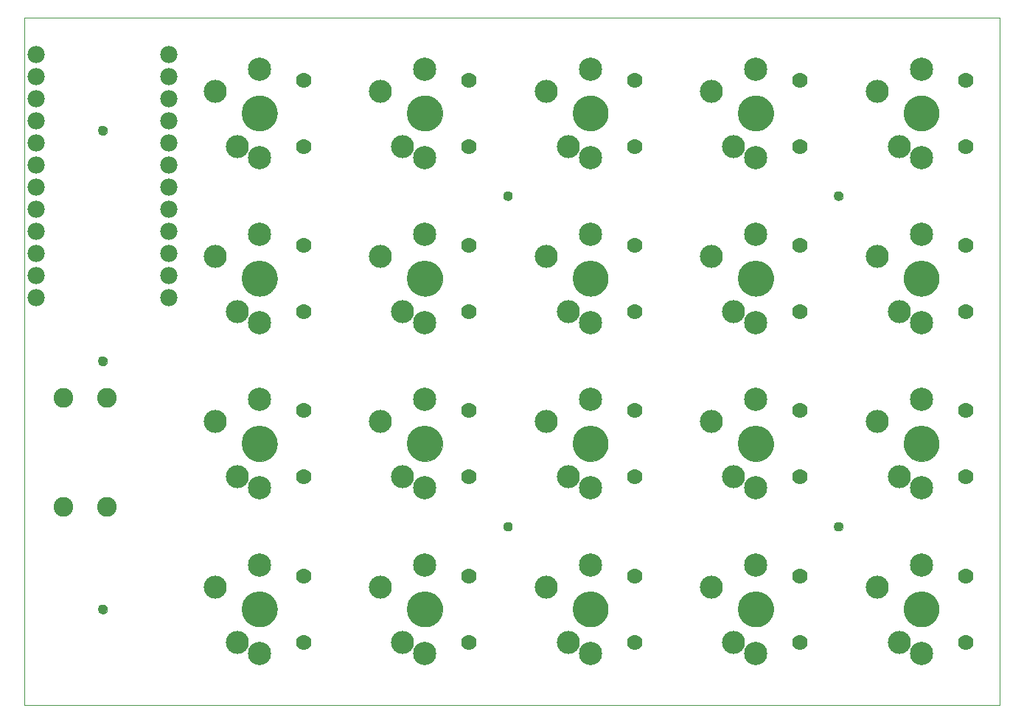
<source format=gbs>
G75*
%MOIN*%
%OFA0B0*%
%FSLAX25Y25*%
%IPPOS*%
%LPD*%
%AMOC8*
5,1,8,0,0,1.08239X$1,22.5*
%
%ADD10C,0.00000*%
%ADD11C,0.04337*%
%ADD12C,0.07800*%
%ADD13C,0.10400*%
%ADD14C,0.10524*%
%ADD15C,0.16150*%
%ADD16C,0.07000*%
%ADD17C,0.08900*%
D10*
X0001501Y0001000D02*
X0001501Y0312024D01*
X0442446Y0312024D01*
X0442446Y0001000D01*
X0001501Y0001000D01*
X0034965Y0044307D02*
X0034967Y0044395D01*
X0034973Y0044483D01*
X0034983Y0044571D01*
X0034997Y0044659D01*
X0035014Y0044745D01*
X0035036Y0044831D01*
X0035061Y0044915D01*
X0035091Y0044999D01*
X0035123Y0045081D01*
X0035160Y0045161D01*
X0035200Y0045240D01*
X0035244Y0045317D01*
X0035291Y0045392D01*
X0035341Y0045464D01*
X0035395Y0045535D01*
X0035451Y0045602D01*
X0035511Y0045668D01*
X0035573Y0045730D01*
X0035639Y0045790D01*
X0035706Y0045846D01*
X0035777Y0045900D01*
X0035849Y0045950D01*
X0035924Y0045997D01*
X0036001Y0046041D01*
X0036080Y0046081D01*
X0036160Y0046118D01*
X0036242Y0046150D01*
X0036326Y0046180D01*
X0036410Y0046205D01*
X0036496Y0046227D01*
X0036582Y0046244D01*
X0036670Y0046258D01*
X0036758Y0046268D01*
X0036846Y0046274D01*
X0036934Y0046276D01*
X0037022Y0046274D01*
X0037110Y0046268D01*
X0037198Y0046258D01*
X0037286Y0046244D01*
X0037372Y0046227D01*
X0037458Y0046205D01*
X0037542Y0046180D01*
X0037626Y0046150D01*
X0037708Y0046118D01*
X0037788Y0046081D01*
X0037867Y0046041D01*
X0037944Y0045997D01*
X0038019Y0045950D01*
X0038091Y0045900D01*
X0038162Y0045846D01*
X0038229Y0045790D01*
X0038295Y0045730D01*
X0038357Y0045668D01*
X0038417Y0045602D01*
X0038473Y0045535D01*
X0038527Y0045464D01*
X0038577Y0045392D01*
X0038624Y0045317D01*
X0038668Y0045240D01*
X0038708Y0045161D01*
X0038745Y0045081D01*
X0038777Y0044999D01*
X0038807Y0044915D01*
X0038832Y0044831D01*
X0038854Y0044745D01*
X0038871Y0044659D01*
X0038885Y0044571D01*
X0038895Y0044483D01*
X0038901Y0044395D01*
X0038903Y0044307D01*
X0038901Y0044219D01*
X0038895Y0044131D01*
X0038885Y0044043D01*
X0038871Y0043955D01*
X0038854Y0043869D01*
X0038832Y0043783D01*
X0038807Y0043699D01*
X0038777Y0043615D01*
X0038745Y0043533D01*
X0038708Y0043453D01*
X0038668Y0043374D01*
X0038624Y0043297D01*
X0038577Y0043222D01*
X0038527Y0043150D01*
X0038473Y0043079D01*
X0038417Y0043012D01*
X0038357Y0042946D01*
X0038295Y0042884D01*
X0038229Y0042824D01*
X0038162Y0042768D01*
X0038091Y0042714D01*
X0038019Y0042664D01*
X0037944Y0042617D01*
X0037867Y0042573D01*
X0037788Y0042533D01*
X0037708Y0042496D01*
X0037626Y0042464D01*
X0037542Y0042434D01*
X0037458Y0042409D01*
X0037372Y0042387D01*
X0037286Y0042370D01*
X0037198Y0042356D01*
X0037110Y0042346D01*
X0037022Y0042340D01*
X0036934Y0042338D01*
X0036846Y0042340D01*
X0036758Y0042346D01*
X0036670Y0042356D01*
X0036582Y0042370D01*
X0036496Y0042387D01*
X0036410Y0042409D01*
X0036326Y0042434D01*
X0036242Y0042464D01*
X0036160Y0042496D01*
X0036080Y0042533D01*
X0036001Y0042573D01*
X0035924Y0042617D01*
X0035849Y0042664D01*
X0035777Y0042714D01*
X0035706Y0042768D01*
X0035639Y0042824D01*
X0035573Y0042884D01*
X0035511Y0042946D01*
X0035451Y0043012D01*
X0035395Y0043079D01*
X0035341Y0043150D01*
X0035291Y0043222D01*
X0035244Y0043297D01*
X0035200Y0043374D01*
X0035160Y0043453D01*
X0035123Y0043533D01*
X0035091Y0043615D01*
X0035061Y0043699D01*
X0035036Y0043783D01*
X0035014Y0043869D01*
X0034997Y0043955D01*
X0034983Y0044043D01*
X0034973Y0044131D01*
X0034967Y0044219D01*
X0034965Y0044307D01*
X0099925Y0044307D02*
X0099927Y0044500D01*
X0099934Y0044693D01*
X0099946Y0044886D01*
X0099963Y0045079D01*
X0099984Y0045271D01*
X0100010Y0045463D01*
X0100041Y0045653D01*
X0100076Y0045843D01*
X0100116Y0046032D01*
X0100161Y0046220D01*
X0100210Y0046407D01*
X0100264Y0046593D01*
X0100322Y0046777D01*
X0100385Y0046960D01*
X0100453Y0047141D01*
X0100524Y0047321D01*
X0100601Y0047498D01*
X0100681Y0047674D01*
X0100766Y0047848D01*
X0100855Y0048019D01*
X0100948Y0048189D01*
X0101045Y0048356D01*
X0101147Y0048520D01*
X0101252Y0048682D01*
X0101362Y0048841D01*
X0101475Y0048998D01*
X0101592Y0049152D01*
X0101713Y0049303D01*
X0101837Y0049451D01*
X0101965Y0049596D01*
X0102097Y0049737D01*
X0102232Y0049875D01*
X0102370Y0050010D01*
X0102511Y0050142D01*
X0102656Y0050270D01*
X0102804Y0050394D01*
X0102955Y0050515D01*
X0103109Y0050632D01*
X0103266Y0050745D01*
X0103425Y0050855D01*
X0103587Y0050960D01*
X0103751Y0051062D01*
X0103918Y0051159D01*
X0104088Y0051252D01*
X0104259Y0051341D01*
X0104433Y0051426D01*
X0104609Y0051506D01*
X0104786Y0051583D01*
X0104966Y0051654D01*
X0105147Y0051722D01*
X0105330Y0051785D01*
X0105514Y0051843D01*
X0105700Y0051897D01*
X0105887Y0051946D01*
X0106075Y0051991D01*
X0106264Y0052031D01*
X0106454Y0052066D01*
X0106644Y0052097D01*
X0106836Y0052123D01*
X0107028Y0052144D01*
X0107221Y0052161D01*
X0107414Y0052173D01*
X0107607Y0052180D01*
X0107800Y0052182D01*
X0107993Y0052180D01*
X0108186Y0052173D01*
X0108379Y0052161D01*
X0108572Y0052144D01*
X0108764Y0052123D01*
X0108956Y0052097D01*
X0109146Y0052066D01*
X0109336Y0052031D01*
X0109525Y0051991D01*
X0109713Y0051946D01*
X0109900Y0051897D01*
X0110086Y0051843D01*
X0110270Y0051785D01*
X0110453Y0051722D01*
X0110634Y0051654D01*
X0110814Y0051583D01*
X0110991Y0051506D01*
X0111167Y0051426D01*
X0111341Y0051341D01*
X0111512Y0051252D01*
X0111682Y0051159D01*
X0111849Y0051062D01*
X0112013Y0050960D01*
X0112175Y0050855D01*
X0112334Y0050745D01*
X0112491Y0050632D01*
X0112645Y0050515D01*
X0112796Y0050394D01*
X0112944Y0050270D01*
X0113089Y0050142D01*
X0113230Y0050010D01*
X0113368Y0049875D01*
X0113503Y0049737D01*
X0113635Y0049596D01*
X0113763Y0049451D01*
X0113887Y0049303D01*
X0114008Y0049152D01*
X0114125Y0048998D01*
X0114238Y0048841D01*
X0114348Y0048682D01*
X0114453Y0048520D01*
X0114555Y0048356D01*
X0114652Y0048189D01*
X0114745Y0048019D01*
X0114834Y0047848D01*
X0114919Y0047674D01*
X0114999Y0047498D01*
X0115076Y0047321D01*
X0115147Y0047141D01*
X0115215Y0046960D01*
X0115278Y0046777D01*
X0115336Y0046593D01*
X0115390Y0046407D01*
X0115439Y0046220D01*
X0115484Y0046032D01*
X0115524Y0045843D01*
X0115559Y0045653D01*
X0115590Y0045463D01*
X0115616Y0045271D01*
X0115637Y0045079D01*
X0115654Y0044886D01*
X0115666Y0044693D01*
X0115673Y0044500D01*
X0115675Y0044307D01*
X0115673Y0044114D01*
X0115666Y0043921D01*
X0115654Y0043728D01*
X0115637Y0043535D01*
X0115616Y0043343D01*
X0115590Y0043151D01*
X0115559Y0042961D01*
X0115524Y0042771D01*
X0115484Y0042582D01*
X0115439Y0042394D01*
X0115390Y0042207D01*
X0115336Y0042021D01*
X0115278Y0041837D01*
X0115215Y0041654D01*
X0115147Y0041473D01*
X0115076Y0041293D01*
X0114999Y0041116D01*
X0114919Y0040940D01*
X0114834Y0040766D01*
X0114745Y0040595D01*
X0114652Y0040425D01*
X0114555Y0040258D01*
X0114453Y0040094D01*
X0114348Y0039932D01*
X0114238Y0039773D01*
X0114125Y0039616D01*
X0114008Y0039462D01*
X0113887Y0039311D01*
X0113763Y0039163D01*
X0113635Y0039018D01*
X0113503Y0038877D01*
X0113368Y0038739D01*
X0113230Y0038604D01*
X0113089Y0038472D01*
X0112944Y0038344D01*
X0112796Y0038220D01*
X0112645Y0038099D01*
X0112491Y0037982D01*
X0112334Y0037869D01*
X0112175Y0037759D01*
X0112013Y0037654D01*
X0111849Y0037552D01*
X0111682Y0037455D01*
X0111512Y0037362D01*
X0111341Y0037273D01*
X0111167Y0037188D01*
X0110991Y0037108D01*
X0110814Y0037031D01*
X0110634Y0036960D01*
X0110453Y0036892D01*
X0110270Y0036829D01*
X0110086Y0036771D01*
X0109900Y0036717D01*
X0109713Y0036668D01*
X0109525Y0036623D01*
X0109336Y0036583D01*
X0109146Y0036548D01*
X0108956Y0036517D01*
X0108764Y0036491D01*
X0108572Y0036470D01*
X0108379Y0036453D01*
X0108186Y0036441D01*
X0107993Y0036434D01*
X0107800Y0036432D01*
X0107607Y0036434D01*
X0107414Y0036441D01*
X0107221Y0036453D01*
X0107028Y0036470D01*
X0106836Y0036491D01*
X0106644Y0036517D01*
X0106454Y0036548D01*
X0106264Y0036583D01*
X0106075Y0036623D01*
X0105887Y0036668D01*
X0105700Y0036717D01*
X0105514Y0036771D01*
X0105330Y0036829D01*
X0105147Y0036892D01*
X0104966Y0036960D01*
X0104786Y0037031D01*
X0104609Y0037108D01*
X0104433Y0037188D01*
X0104259Y0037273D01*
X0104088Y0037362D01*
X0103918Y0037455D01*
X0103751Y0037552D01*
X0103587Y0037654D01*
X0103425Y0037759D01*
X0103266Y0037869D01*
X0103109Y0037982D01*
X0102955Y0038099D01*
X0102804Y0038220D01*
X0102656Y0038344D01*
X0102511Y0038472D01*
X0102370Y0038604D01*
X0102232Y0038739D01*
X0102097Y0038877D01*
X0101965Y0039018D01*
X0101837Y0039163D01*
X0101713Y0039311D01*
X0101592Y0039462D01*
X0101475Y0039616D01*
X0101362Y0039773D01*
X0101252Y0039932D01*
X0101147Y0040094D01*
X0101045Y0040258D01*
X0100948Y0040425D01*
X0100855Y0040595D01*
X0100766Y0040766D01*
X0100681Y0040940D01*
X0100601Y0041116D01*
X0100524Y0041293D01*
X0100453Y0041473D01*
X0100385Y0041654D01*
X0100322Y0041837D01*
X0100264Y0042021D01*
X0100210Y0042207D01*
X0100161Y0042394D01*
X0100116Y0042582D01*
X0100076Y0042771D01*
X0100041Y0042961D01*
X0100010Y0043151D01*
X0099984Y0043343D01*
X0099963Y0043535D01*
X0099946Y0043728D01*
X0099934Y0043921D01*
X0099927Y0044114D01*
X0099925Y0044307D01*
X0174728Y0044307D02*
X0174730Y0044500D01*
X0174737Y0044693D01*
X0174749Y0044886D01*
X0174766Y0045079D01*
X0174787Y0045271D01*
X0174813Y0045463D01*
X0174844Y0045653D01*
X0174879Y0045843D01*
X0174919Y0046032D01*
X0174964Y0046220D01*
X0175013Y0046407D01*
X0175067Y0046593D01*
X0175125Y0046777D01*
X0175188Y0046960D01*
X0175256Y0047141D01*
X0175327Y0047321D01*
X0175404Y0047498D01*
X0175484Y0047674D01*
X0175569Y0047848D01*
X0175658Y0048019D01*
X0175751Y0048189D01*
X0175848Y0048356D01*
X0175950Y0048520D01*
X0176055Y0048682D01*
X0176165Y0048841D01*
X0176278Y0048998D01*
X0176395Y0049152D01*
X0176516Y0049303D01*
X0176640Y0049451D01*
X0176768Y0049596D01*
X0176900Y0049737D01*
X0177035Y0049875D01*
X0177173Y0050010D01*
X0177314Y0050142D01*
X0177459Y0050270D01*
X0177607Y0050394D01*
X0177758Y0050515D01*
X0177912Y0050632D01*
X0178069Y0050745D01*
X0178228Y0050855D01*
X0178390Y0050960D01*
X0178554Y0051062D01*
X0178721Y0051159D01*
X0178891Y0051252D01*
X0179062Y0051341D01*
X0179236Y0051426D01*
X0179412Y0051506D01*
X0179589Y0051583D01*
X0179769Y0051654D01*
X0179950Y0051722D01*
X0180133Y0051785D01*
X0180317Y0051843D01*
X0180503Y0051897D01*
X0180690Y0051946D01*
X0180878Y0051991D01*
X0181067Y0052031D01*
X0181257Y0052066D01*
X0181447Y0052097D01*
X0181639Y0052123D01*
X0181831Y0052144D01*
X0182024Y0052161D01*
X0182217Y0052173D01*
X0182410Y0052180D01*
X0182603Y0052182D01*
X0182796Y0052180D01*
X0182989Y0052173D01*
X0183182Y0052161D01*
X0183375Y0052144D01*
X0183567Y0052123D01*
X0183759Y0052097D01*
X0183949Y0052066D01*
X0184139Y0052031D01*
X0184328Y0051991D01*
X0184516Y0051946D01*
X0184703Y0051897D01*
X0184889Y0051843D01*
X0185073Y0051785D01*
X0185256Y0051722D01*
X0185437Y0051654D01*
X0185617Y0051583D01*
X0185794Y0051506D01*
X0185970Y0051426D01*
X0186144Y0051341D01*
X0186315Y0051252D01*
X0186485Y0051159D01*
X0186652Y0051062D01*
X0186816Y0050960D01*
X0186978Y0050855D01*
X0187137Y0050745D01*
X0187294Y0050632D01*
X0187448Y0050515D01*
X0187599Y0050394D01*
X0187747Y0050270D01*
X0187892Y0050142D01*
X0188033Y0050010D01*
X0188171Y0049875D01*
X0188306Y0049737D01*
X0188438Y0049596D01*
X0188566Y0049451D01*
X0188690Y0049303D01*
X0188811Y0049152D01*
X0188928Y0048998D01*
X0189041Y0048841D01*
X0189151Y0048682D01*
X0189256Y0048520D01*
X0189358Y0048356D01*
X0189455Y0048189D01*
X0189548Y0048019D01*
X0189637Y0047848D01*
X0189722Y0047674D01*
X0189802Y0047498D01*
X0189879Y0047321D01*
X0189950Y0047141D01*
X0190018Y0046960D01*
X0190081Y0046777D01*
X0190139Y0046593D01*
X0190193Y0046407D01*
X0190242Y0046220D01*
X0190287Y0046032D01*
X0190327Y0045843D01*
X0190362Y0045653D01*
X0190393Y0045463D01*
X0190419Y0045271D01*
X0190440Y0045079D01*
X0190457Y0044886D01*
X0190469Y0044693D01*
X0190476Y0044500D01*
X0190478Y0044307D01*
X0190476Y0044114D01*
X0190469Y0043921D01*
X0190457Y0043728D01*
X0190440Y0043535D01*
X0190419Y0043343D01*
X0190393Y0043151D01*
X0190362Y0042961D01*
X0190327Y0042771D01*
X0190287Y0042582D01*
X0190242Y0042394D01*
X0190193Y0042207D01*
X0190139Y0042021D01*
X0190081Y0041837D01*
X0190018Y0041654D01*
X0189950Y0041473D01*
X0189879Y0041293D01*
X0189802Y0041116D01*
X0189722Y0040940D01*
X0189637Y0040766D01*
X0189548Y0040595D01*
X0189455Y0040425D01*
X0189358Y0040258D01*
X0189256Y0040094D01*
X0189151Y0039932D01*
X0189041Y0039773D01*
X0188928Y0039616D01*
X0188811Y0039462D01*
X0188690Y0039311D01*
X0188566Y0039163D01*
X0188438Y0039018D01*
X0188306Y0038877D01*
X0188171Y0038739D01*
X0188033Y0038604D01*
X0187892Y0038472D01*
X0187747Y0038344D01*
X0187599Y0038220D01*
X0187448Y0038099D01*
X0187294Y0037982D01*
X0187137Y0037869D01*
X0186978Y0037759D01*
X0186816Y0037654D01*
X0186652Y0037552D01*
X0186485Y0037455D01*
X0186315Y0037362D01*
X0186144Y0037273D01*
X0185970Y0037188D01*
X0185794Y0037108D01*
X0185617Y0037031D01*
X0185437Y0036960D01*
X0185256Y0036892D01*
X0185073Y0036829D01*
X0184889Y0036771D01*
X0184703Y0036717D01*
X0184516Y0036668D01*
X0184328Y0036623D01*
X0184139Y0036583D01*
X0183949Y0036548D01*
X0183759Y0036517D01*
X0183567Y0036491D01*
X0183375Y0036470D01*
X0183182Y0036453D01*
X0182989Y0036441D01*
X0182796Y0036434D01*
X0182603Y0036432D01*
X0182410Y0036434D01*
X0182217Y0036441D01*
X0182024Y0036453D01*
X0181831Y0036470D01*
X0181639Y0036491D01*
X0181447Y0036517D01*
X0181257Y0036548D01*
X0181067Y0036583D01*
X0180878Y0036623D01*
X0180690Y0036668D01*
X0180503Y0036717D01*
X0180317Y0036771D01*
X0180133Y0036829D01*
X0179950Y0036892D01*
X0179769Y0036960D01*
X0179589Y0037031D01*
X0179412Y0037108D01*
X0179236Y0037188D01*
X0179062Y0037273D01*
X0178891Y0037362D01*
X0178721Y0037455D01*
X0178554Y0037552D01*
X0178390Y0037654D01*
X0178228Y0037759D01*
X0178069Y0037869D01*
X0177912Y0037982D01*
X0177758Y0038099D01*
X0177607Y0038220D01*
X0177459Y0038344D01*
X0177314Y0038472D01*
X0177173Y0038604D01*
X0177035Y0038739D01*
X0176900Y0038877D01*
X0176768Y0039018D01*
X0176640Y0039163D01*
X0176516Y0039311D01*
X0176395Y0039462D01*
X0176278Y0039616D01*
X0176165Y0039773D01*
X0176055Y0039932D01*
X0175950Y0040094D01*
X0175848Y0040258D01*
X0175751Y0040425D01*
X0175658Y0040595D01*
X0175569Y0040766D01*
X0175484Y0040940D01*
X0175404Y0041116D01*
X0175327Y0041293D01*
X0175256Y0041473D01*
X0175188Y0041654D01*
X0175125Y0041837D01*
X0175067Y0042021D01*
X0175013Y0042207D01*
X0174964Y0042394D01*
X0174919Y0042582D01*
X0174879Y0042771D01*
X0174844Y0042961D01*
X0174813Y0043151D01*
X0174787Y0043343D01*
X0174766Y0043535D01*
X0174749Y0043728D01*
X0174737Y0043921D01*
X0174730Y0044114D01*
X0174728Y0044307D01*
X0218036Y0081709D02*
X0218038Y0081797D01*
X0218044Y0081885D01*
X0218054Y0081973D01*
X0218068Y0082061D01*
X0218085Y0082147D01*
X0218107Y0082233D01*
X0218132Y0082317D01*
X0218162Y0082401D01*
X0218194Y0082483D01*
X0218231Y0082563D01*
X0218271Y0082642D01*
X0218315Y0082719D01*
X0218362Y0082794D01*
X0218412Y0082866D01*
X0218466Y0082937D01*
X0218522Y0083004D01*
X0218582Y0083070D01*
X0218644Y0083132D01*
X0218710Y0083192D01*
X0218777Y0083248D01*
X0218848Y0083302D01*
X0218920Y0083352D01*
X0218995Y0083399D01*
X0219072Y0083443D01*
X0219151Y0083483D01*
X0219231Y0083520D01*
X0219313Y0083552D01*
X0219397Y0083582D01*
X0219481Y0083607D01*
X0219567Y0083629D01*
X0219653Y0083646D01*
X0219741Y0083660D01*
X0219829Y0083670D01*
X0219917Y0083676D01*
X0220005Y0083678D01*
X0220093Y0083676D01*
X0220181Y0083670D01*
X0220269Y0083660D01*
X0220357Y0083646D01*
X0220443Y0083629D01*
X0220529Y0083607D01*
X0220613Y0083582D01*
X0220697Y0083552D01*
X0220779Y0083520D01*
X0220859Y0083483D01*
X0220938Y0083443D01*
X0221015Y0083399D01*
X0221090Y0083352D01*
X0221162Y0083302D01*
X0221233Y0083248D01*
X0221300Y0083192D01*
X0221366Y0083132D01*
X0221428Y0083070D01*
X0221488Y0083004D01*
X0221544Y0082937D01*
X0221598Y0082866D01*
X0221648Y0082794D01*
X0221695Y0082719D01*
X0221739Y0082642D01*
X0221779Y0082563D01*
X0221816Y0082483D01*
X0221848Y0082401D01*
X0221878Y0082317D01*
X0221903Y0082233D01*
X0221925Y0082147D01*
X0221942Y0082061D01*
X0221956Y0081973D01*
X0221966Y0081885D01*
X0221972Y0081797D01*
X0221974Y0081709D01*
X0221972Y0081621D01*
X0221966Y0081533D01*
X0221956Y0081445D01*
X0221942Y0081357D01*
X0221925Y0081271D01*
X0221903Y0081185D01*
X0221878Y0081101D01*
X0221848Y0081017D01*
X0221816Y0080935D01*
X0221779Y0080855D01*
X0221739Y0080776D01*
X0221695Y0080699D01*
X0221648Y0080624D01*
X0221598Y0080552D01*
X0221544Y0080481D01*
X0221488Y0080414D01*
X0221428Y0080348D01*
X0221366Y0080286D01*
X0221300Y0080226D01*
X0221233Y0080170D01*
X0221162Y0080116D01*
X0221090Y0080066D01*
X0221015Y0080019D01*
X0220938Y0079975D01*
X0220859Y0079935D01*
X0220779Y0079898D01*
X0220697Y0079866D01*
X0220613Y0079836D01*
X0220529Y0079811D01*
X0220443Y0079789D01*
X0220357Y0079772D01*
X0220269Y0079758D01*
X0220181Y0079748D01*
X0220093Y0079742D01*
X0220005Y0079740D01*
X0219917Y0079742D01*
X0219829Y0079748D01*
X0219741Y0079758D01*
X0219653Y0079772D01*
X0219567Y0079789D01*
X0219481Y0079811D01*
X0219397Y0079836D01*
X0219313Y0079866D01*
X0219231Y0079898D01*
X0219151Y0079935D01*
X0219072Y0079975D01*
X0218995Y0080019D01*
X0218920Y0080066D01*
X0218848Y0080116D01*
X0218777Y0080170D01*
X0218710Y0080226D01*
X0218644Y0080286D01*
X0218582Y0080348D01*
X0218522Y0080414D01*
X0218466Y0080481D01*
X0218412Y0080552D01*
X0218362Y0080624D01*
X0218315Y0080699D01*
X0218271Y0080776D01*
X0218231Y0080855D01*
X0218194Y0080935D01*
X0218162Y0081017D01*
X0218132Y0081101D01*
X0218107Y0081185D01*
X0218085Y0081271D01*
X0218068Y0081357D01*
X0218054Y0081445D01*
X0218044Y0081533D01*
X0218038Y0081621D01*
X0218036Y0081709D01*
X0174728Y0119110D02*
X0174730Y0119303D01*
X0174737Y0119496D01*
X0174749Y0119689D01*
X0174766Y0119882D01*
X0174787Y0120074D01*
X0174813Y0120266D01*
X0174844Y0120456D01*
X0174879Y0120646D01*
X0174919Y0120835D01*
X0174964Y0121023D01*
X0175013Y0121210D01*
X0175067Y0121396D01*
X0175125Y0121580D01*
X0175188Y0121763D01*
X0175256Y0121944D01*
X0175327Y0122124D01*
X0175404Y0122301D01*
X0175484Y0122477D01*
X0175569Y0122651D01*
X0175658Y0122822D01*
X0175751Y0122992D01*
X0175848Y0123159D01*
X0175950Y0123323D01*
X0176055Y0123485D01*
X0176165Y0123644D01*
X0176278Y0123801D01*
X0176395Y0123955D01*
X0176516Y0124106D01*
X0176640Y0124254D01*
X0176768Y0124399D01*
X0176900Y0124540D01*
X0177035Y0124678D01*
X0177173Y0124813D01*
X0177314Y0124945D01*
X0177459Y0125073D01*
X0177607Y0125197D01*
X0177758Y0125318D01*
X0177912Y0125435D01*
X0178069Y0125548D01*
X0178228Y0125658D01*
X0178390Y0125763D01*
X0178554Y0125865D01*
X0178721Y0125962D01*
X0178891Y0126055D01*
X0179062Y0126144D01*
X0179236Y0126229D01*
X0179412Y0126309D01*
X0179589Y0126386D01*
X0179769Y0126457D01*
X0179950Y0126525D01*
X0180133Y0126588D01*
X0180317Y0126646D01*
X0180503Y0126700D01*
X0180690Y0126749D01*
X0180878Y0126794D01*
X0181067Y0126834D01*
X0181257Y0126869D01*
X0181447Y0126900D01*
X0181639Y0126926D01*
X0181831Y0126947D01*
X0182024Y0126964D01*
X0182217Y0126976D01*
X0182410Y0126983D01*
X0182603Y0126985D01*
X0182796Y0126983D01*
X0182989Y0126976D01*
X0183182Y0126964D01*
X0183375Y0126947D01*
X0183567Y0126926D01*
X0183759Y0126900D01*
X0183949Y0126869D01*
X0184139Y0126834D01*
X0184328Y0126794D01*
X0184516Y0126749D01*
X0184703Y0126700D01*
X0184889Y0126646D01*
X0185073Y0126588D01*
X0185256Y0126525D01*
X0185437Y0126457D01*
X0185617Y0126386D01*
X0185794Y0126309D01*
X0185970Y0126229D01*
X0186144Y0126144D01*
X0186315Y0126055D01*
X0186485Y0125962D01*
X0186652Y0125865D01*
X0186816Y0125763D01*
X0186978Y0125658D01*
X0187137Y0125548D01*
X0187294Y0125435D01*
X0187448Y0125318D01*
X0187599Y0125197D01*
X0187747Y0125073D01*
X0187892Y0124945D01*
X0188033Y0124813D01*
X0188171Y0124678D01*
X0188306Y0124540D01*
X0188438Y0124399D01*
X0188566Y0124254D01*
X0188690Y0124106D01*
X0188811Y0123955D01*
X0188928Y0123801D01*
X0189041Y0123644D01*
X0189151Y0123485D01*
X0189256Y0123323D01*
X0189358Y0123159D01*
X0189455Y0122992D01*
X0189548Y0122822D01*
X0189637Y0122651D01*
X0189722Y0122477D01*
X0189802Y0122301D01*
X0189879Y0122124D01*
X0189950Y0121944D01*
X0190018Y0121763D01*
X0190081Y0121580D01*
X0190139Y0121396D01*
X0190193Y0121210D01*
X0190242Y0121023D01*
X0190287Y0120835D01*
X0190327Y0120646D01*
X0190362Y0120456D01*
X0190393Y0120266D01*
X0190419Y0120074D01*
X0190440Y0119882D01*
X0190457Y0119689D01*
X0190469Y0119496D01*
X0190476Y0119303D01*
X0190478Y0119110D01*
X0190476Y0118917D01*
X0190469Y0118724D01*
X0190457Y0118531D01*
X0190440Y0118338D01*
X0190419Y0118146D01*
X0190393Y0117954D01*
X0190362Y0117764D01*
X0190327Y0117574D01*
X0190287Y0117385D01*
X0190242Y0117197D01*
X0190193Y0117010D01*
X0190139Y0116824D01*
X0190081Y0116640D01*
X0190018Y0116457D01*
X0189950Y0116276D01*
X0189879Y0116096D01*
X0189802Y0115919D01*
X0189722Y0115743D01*
X0189637Y0115569D01*
X0189548Y0115398D01*
X0189455Y0115228D01*
X0189358Y0115061D01*
X0189256Y0114897D01*
X0189151Y0114735D01*
X0189041Y0114576D01*
X0188928Y0114419D01*
X0188811Y0114265D01*
X0188690Y0114114D01*
X0188566Y0113966D01*
X0188438Y0113821D01*
X0188306Y0113680D01*
X0188171Y0113542D01*
X0188033Y0113407D01*
X0187892Y0113275D01*
X0187747Y0113147D01*
X0187599Y0113023D01*
X0187448Y0112902D01*
X0187294Y0112785D01*
X0187137Y0112672D01*
X0186978Y0112562D01*
X0186816Y0112457D01*
X0186652Y0112355D01*
X0186485Y0112258D01*
X0186315Y0112165D01*
X0186144Y0112076D01*
X0185970Y0111991D01*
X0185794Y0111911D01*
X0185617Y0111834D01*
X0185437Y0111763D01*
X0185256Y0111695D01*
X0185073Y0111632D01*
X0184889Y0111574D01*
X0184703Y0111520D01*
X0184516Y0111471D01*
X0184328Y0111426D01*
X0184139Y0111386D01*
X0183949Y0111351D01*
X0183759Y0111320D01*
X0183567Y0111294D01*
X0183375Y0111273D01*
X0183182Y0111256D01*
X0182989Y0111244D01*
X0182796Y0111237D01*
X0182603Y0111235D01*
X0182410Y0111237D01*
X0182217Y0111244D01*
X0182024Y0111256D01*
X0181831Y0111273D01*
X0181639Y0111294D01*
X0181447Y0111320D01*
X0181257Y0111351D01*
X0181067Y0111386D01*
X0180878Y0111426D01*
X0180690Y0111471D01*
X0180503Y0111520D01*
X0180317Y0111574D01*
X0180133Y0111632D01*
X0179950Y0111695D01*
X0179769Y0111763D01*
X0179589Y0111834D01*
X0179412Y0111911D01*
X0179236Y0111991D01*
X0179062Y0112076D01*
X0178891Y0112165D01*
X0178721Y0112258D01*
X0178554Y0112355D01*
X0178390Y0112457D01*
X0178228Y0112562D01*
X0178069Y0112672D01*
X0177912Y0112785D01*
X0177758Y0112902D01*
X0177607Y0113023D01*
X0177459Y0113147D01*
X0177314Y0113275D01*
X0177173Y0113407D01*
X0177035Y0113542D01*
X0176900Y0113680D01*
X0176768Y0113821D01*
X0176640Y0113966D01*
X0176516Y0114114D01*
X0176395Y0114265D01*
X0176278Y0114419D01*
X0176165Y0114576D01*
X0176055Y0114735D01*
X0175950Y0114897D01*
X0175848Y0115061D01*
X0175751Y0115228D01*
X0175658Y0115398D01*
X0175569Y0115569D01*
X0175484Y0115743D01*
X0175404Y0115919D01*
X0175327Y0116096D01*
X0175256Y0116276D01*
X0175188Y0116457D01*
X0175125Y0116640D01*
X0175067Y0116824D01*
X0175013Y0117010D01*
X0174964Y0117197D01*
X0174919Y0117385D01*
X0174879Y0117574D01*
X0174844Y0117764D01*
X0174813Y0117954D01*
X0174787Y0118146D01*
X0174766Y0118338D01*
X0174749Y0118531D01*
X0174737Y0118724D01*
X0174730Y0118917D01*
X0174728Y0119110D01*
X0099925Y0119110D02*
X0099927Y0119303D01*
X0099934Y0119496D01*
X0099946Y0119689D01*
X0099963Y0119882D01*
X0099984Y0120074D01*
X0100010Y0120266D01*
X0100041Y0120456D01*
X0100076Y0120646D01*
X0100116Y0120835D01*
X0100161Y0121023D01*
X0100210Y0121210D01*
X0100264Y0121396D01*
X0100322Y0121580D01*
X0100385Y0121763D01*
X0100453Y0121944D01*
X0100524Y0122124D01*
X0100601Y0122301D01*
X0100681Y0122477D01*
X0100766Y0122651D01*
X0100855Y0122822D01*
X0100948Y0122992D01*
X0101045Y0123159D01*
X0101147Y0123323D01*
X0101252Y0123485D01*
X0101362Y0123644D01*
X0101475Y0123801D01*
X0101592Y0123955D01*
X0101713Y0124106D01*
X0101837Y0124254D01*
X0101965Y0124399D01*
X0102097Y0124540D01*
X0102232Y0124678D01*
X0102370Y0124813D01*
X0102511Y0124945D01*
X0102656Y0125073D01*
X0102804Y0125197D01*
X0102955Y0125318D01*
X0103109Y0125435D01*
X0103266Y0125548D01*
X0103425Y0125658D01*
X0103587Y0125763D01*
X0103751Y0125865D01*
X0103918Y0125962D01*
X0104088Y0126055D01*
X0104259Y0126144D01*
X0104433Y0126229D01*
X0104609Y0126309D01*
X0104786Y0126386D01*
X0104966Y0126457D01*
X0105147Y0126525D01*
X0105330Y0126588D01*
X0105514Y0126646D01*
X0105700Y0126700D01*
X0105887Y0126749D01*
X0106075Y0126794D01*
X0106264Y0126834D01*
X0106454Y0126869D01*
X0106644Y0126900D01*
X0106836Y0126926D01*
X0107028Y0126947D01*
X0107221Y0126964D01*
X0107414Y0126976D01*
X0107607Y0126983D01*
X0107800Y0126985D01*
X0107993Y0126983D01*
X0108186Y0126976D01*
X0108379Y0126964D01*
X0108572Y0126947D01*
X0108764Y0126926D01*
X0108956Y0126900D01*
X0109146Y0126869D01*
X0109336Y0126834D01*
X0109525Y0126794D01*
X0109713Y0126749D01*
X0109900Y0126700D01*
X0110086Y0126646D01*
X0110270Y0126588D01*
X0110453Y0126525D01*
X0110634Y0126457D01*
X0110814Y0126386D01*
X0110991Y0126309D01*
X0111167Y0126229D01*
X0111341Y0126144D01*
X0111512Y0126055D01*
X0111682Y0125962D01*
X0111849Y0125865D01*
X0112013Y0125763D01*
X0112175Y0125658D01*
X0112334Y0125548D01*
X0112491Y0125435D01*
X0112645Y0125318D01*
X0112796Y0125197D01*
X0112944Y0125073D01*
X0113089Y0124945D01*
X0113230Y0124813D01*
X0113368Y0124678D01*
X0113503Y0124540D01*
X0113635Y0124399D01*
X0113763Y0124254D01*
X0113887Y0124106D01*
X0114008Y0123955D01*
X0114125Y0123801D01*
X0114238Y0123644D01*
X0114348Y0123485D01*
X0114453Y0123323D01*
X0114555Y0123159D01*
X0114652Y0122992D01*
X0114745Y0122822D01*
X0114834Y0122651D01*
X0114919Y0122477D01*
X0114999Y0122301D01*
X0115076Y0122124D01*
X0115147Y0121944D01*
X0115215Y0121763D01*
X0115278Y0121580D01*
X0115336Y0121396D01*
X0115390Y0121210D01*
X0115439Y0121023D01*
X0115484Y0120835D01*
X0115524Y0120646D01*
X0115559Y0120456D01*
X0115590Y0120266D01*
X0115616Y0120074D01*
X0115637Y0119882D01*
X0115654Y0119689D01*
X0115666Y0119496D01*
X0115673Y0119303D01*
X0115675Y0119110D01*
X0115673Y0118917D01*
X0115666Y0118724D01*
X0115654Y0118531D01*
X0115637Y0118338D01*
X0115616Y0118146D01*
X0115590Y0117954D01*
X0115559Y0117764D01*
X0115524Y0117574D01*
X0115484Y0117385D01*
X0115439Y0117197D01*
X0115390Y0117010D01*
X0115336Y0116824D01*
X0115278Y0116640D01*
X0115215Y0116457D01*
X0115147Y0116276D01*
X0115076Y0116096D01*
X0114999Y0115919D01*
X0114919Y0115743D01*
X0114834Y0115569D01*
X0114745Y0115398D01*
X0114652Y0115228D01*
X0114555Y0115061D01*
X0114453Y0114897D01*
X0114348Y0114735D01*
X0114238Y0114576D01*
X0114125Y0114419D01*
X0114008Y0114265D01*
X0113887Y0114114D01*
X0113763Y0113966D01*
X0113635Y0113821D01*
X0113503Y0113680D01*
X0113368Y0113542D01*
X0113230Y0113407D01*
X0113089Y0113275D01*
X0112944Y0113147D01*
X0112796Y0113023D01*
X0112645Y0112902D01*
X0112491Y0112785D01*
X0112334Y0112672D01*
X0112175Y0112562D01*
X0112013Y0112457D01*
X0111849Y0112355D01*
X0111682Y0112258D01*
X0111512Y0112165D01*
X0111341Y0112076D01*
X0111167Y0111991D01*
X0110991Y0111911D01*
X0110814Y0111834D01*
X0110634Y0111763D01*
X0110453Y0111695D01*
X0110270Y0111632D01*
X0110086Y0111574D01*
X0109900Y0111520D01*
X0109713Y0111471D01*
X0109525Y0111426D01*
X0109336Y0111386D01*
X0109146Y0111351D01*
X0108956Y0111320D01*
X0108764Y0111294D01*
X0108572Y0111273D01*
X0108379Y0111256D01*
X0108186Y0111244D01*
X0107993Y0111237D01*
X0107800Y0111235D01*
X0107607Y0111237D01*
X0107414Y0111244D01*
X0107221Y0111256D01*
X0107028Y0111273D01*
X0106836Y0111294D01*
X0106644Y0111320D01*
X0106454Y0111351D01*
X0106264Y0111386D01*
X0106075Y0111426D01*
X0105887Y0111471D01*
X0105700Y0111520D01*
X0105514Y0111574D01*
X0105330Y0111632D01*
X0105147Y0111695D01*
X0104966Y0111763D01*
X0104786Y0111834D01*
X0104609Y0111911D01*
X0104433Y0111991D01*
X0104259Y0112076D01*
X0104088Y0112165D01*
X0103918Y0112258D01*
X0103751Y0112355D01*
X0103587Y0112457D01*
X0103425Y0112562D01*
X0103266Y0112672D01*
X0103109Y0112785D01*
X0102955Y0112902D01*
X0102804Y0113023D01*
X0102656Y0113147D01*
X0102511Y0113275D01*
X0102370Y0113407D01*
X0102232Y0113542D01*
X0102097Y0113680D01*
X0101965Y0113821D01*
X0101837Y0113966D01*
X0101713Y0114114D01*
X0101592Y0114265D01*
X0101475Y0114419D01*
X0101362Y0114576D01*
X0101252Y0114735D01*
X0101147Y0114897D01*
X0101045Y0115061D01*
X0100948Y0115228D01*
X0100855Y0115398D01*
X0100766Y0115569D01*
X0100681Y0115743D01*
X0100601Y0115919D01*
X0100524Y0116096D01*
X0100453Y0116276D01*
X0100385Y0116457D01*
X0100322Y0116640D01*
X0100264Y0116824D01*
X0100210Y0117010D01*
X0100161Y0117197D01*
X0100116Y0117385D01*
X0100076Y0117574D01*
X0100041Y0117764D01*
X0100010Y0117954D01*
X0099984Y0118146D01*
X0099963Y0118338D01*
X0099946Y0118531D01*
X0099934Y0118724D01*
X0099927Y0118917D01*
X0099925Y0119110D01*
X0034965Y0156512D02*
X0034967Y0156600D01*
X0034973Y0156688D01*
X0034983Y0156776D01*
X0034997Y0156864D01*
X0035014Y0156950D01*
X0035036Y0157036D01*
X0035061Y0157120D01*
X0035091Y0157204D01*
X0035123Y0157286D01*
X0035160Y0157366D01*
X0035200Y0157445D01*
X0035244Y0157522D01*
X0035291Y0157597D01*
X0035341Y0157669D01*
X0035395Y0157740D01*
X0035451Y0157807D01*
X0035511Y0157873D01*
X0035573Y0157935D01*
X0035639Y0157995D01*
X0035706Y0158051D01*
X0035777Y0158105D01*
X0035849Y0158155D01*
X0035924Y0158202D01*
X0036001Y0158246D01*
X0036080Y0158286D01*
X0036160Y0158323D01*
X0036242Y0158355D01*
X0036326Y0158385D01*
X0036410Y0158410D01*
X0036496Y0158432D01*
X0036582Y0158449D01*
X0036670Y0158463D01*
X0036758Y0158473D01*
X0036846Y0158479D01*
X0036934Y0158481D01*
X0037022Y0158479D01*
X0037110Y0158473D01*
X0037198Y0158463D01*
X0037286Y0158449D01*
X0037372Y0158432D01*
X0037458Y0158410D01*
X0037542Y0158385D01*
X0037626Y0158355D01*
X0037708Y0158323D01*
X0037788Y0158286D01*
X0037867Y0158246D01*
X0037944Y0158202D01*
X0038019Y0158155D01*
X0038091Y0158105D01*
X0038162Y0158051D01*
X0038229Y0157995D01*
X0038295Y0157935D01*
X0038357Y0157873D01*
X0038417Y0157807D01*
X0038473Y0157740D01*
X0038527Y0157669D01*
X0038577Y0157597D01*
X0038624Y0157522D01*
X0038668Y0157445D01*
X0038708Y0157366D01*
X0038745Y0157286D01*
X0038777Y0157204D01*
X0038807Y0157120D01*
X0038832Y0157036D01*
X0038854Y0156950D01*
X0038871Y0156864D01*
X0038885Y0156776D01*
X0038895Y0156688D01*
X0038901Y0156600D01*
X0038903Y0156512D01*
X0038901Y0156424D01*
X0038895Y0156336D01*
X0038885Y0156248D01*
X0038871Y0156160D01*
X0038854Y0156074D01*
X0038832Y0155988D01*
X0038807Y0155904D01*
X0038777Y0155820D01*
X0038745Y0155738D01*
X0038708Y0155658D01*
X0038668Y0155579D01*
X0038624Y0155502D01*
X0038577Y0155427D01*
X0038527Y0155355D01*
X0038473Y0155284D01*
X0038417Y0155217D01*
X0038357Y0155151D01*
X0038295Y0155089D01*
X0038229Y0155029D01*
X0038162Y0154973D01*
X0038091Y0154919D01*
X0038019Y0154869D01*
X0037944Y0154822D01*
X0037867Y0154778D01*
X0037788Y0154738D01*
X0037708Y0154701D01*
X0037626Y0154669D01*
X0037542Y0154639D01*
X0037458Y0154614D01*
X0037372Y0154592D01*
X0037286Y0154575D01*
X0037198Y0154561D01*
X0037110Y0154551D01*
X0037022Y0154545D01*
X0036934Y0154543D01*
X0036846Y0154545D01*
X0036758Y0154551D01*
X0036670Y0154561D01*
X0036582Y0154575D01*
X0036496Y0154592D01*
X0036410Y0154614D01*
X0036326Y0154639D01*
X0036242Y0154669D01*
X0036160Y0154701D01*
X0036080Y0154738D01*
X0036001Y0154778D01*
X0035924Y0154822D01*
X0035849Y0154869D01*
X0035777Y0154919D01*
X0035706Y0154973D01*
X0035639Y0155029D01*
X0035573Y0155089D01*
X0035511Y0155151D01*
X0035451Y0155217D01*
X0035395Y0155284D01*
X0035341Y0155355D01*
X0035291Y0155427D01*
X0035244Y0155502D01*
X0035200Y0155579D01*
X0035160Y0155658D01*
X0035123Y0155738D01*
X0035091Y0155820D01*
X0035061Y0155904D01*
X0035036Y0155988D01*
X0035014Y0156074D01*
X0034997Y0156160D01*
X0034983Y0156248D01*
X0034973Y0156336D01*
X0034967Y0156424D01*
X0034965Y0156512D01*
X0099925Y0193913D02*
X0099927Y0194106D01*
X0099934Y0194299D01*
X0099946Y0194492D01*
X0099963Y0194685D01*
X0099984Y0194877D01*
X0100010Y0195069D01*
X0100041Y0195259D01*
X0100076Y0195449D01*
X0100116Y0195638D01*
X0100161Y0195826D01*
X0100210Y0196013D01*
X0100264Y0196199D01*
X0100322Y0196383D01*
X0100385Y0196566D01*
X0100453Y0196747D01*
X0100524Y0196927D01*
X0100601Y0197104D01*
X0100681Y0197280D01*
X0100766Y0197454D01*
X0100855Y0197625D01*
X0100948Y0197795D01*
X0101045Y0197962D01*
X0101147Y0198126D01*
X0101252Y0198288D01*
X0101362Y0198447D01*
X0101475Y0198604D01*
X0101592Y0198758D01*
X0101713Y0198909D01*
X0101837Y0199057D01*
X0101965Y0199202D01*
X0102097Y0199343D01*
X0102232Y0199481D01*
X0102370Y0199616D01*
X0102511Y0199748D01*
X0102656Y0199876D01*
X0102804Y0200000D01*
X0102955Y0200121D01*
X0103109Y0200238D01*
X0103266Y0200351D01*
X0103425Y0200461D01*
X0103587Y0200566D01*
X0103751Y0200668D01*
X0103918Y0200765D01*
X0104088Y0200858D01*
X0104259Y0200947D01*
X0104433Y0201032D01*
X0104609Y0201112D01*
X0104786Y0201189D01*
X0104966Y0201260D01*
X0105147Y0201328D01*
X0105330Y0201391D01*
X0105514Y0201449D01*
X0105700Y0201503D01*
X0105887Y0201552D01*
X0106075Y0201597D01*
X0106264Y0201637D01*
X0106454Y0201672D01*
X0106644Y0201703D01*
X0106836Y0201729D01*
X0107028Y0201750D01*
X0107221Y0201767D01*
X0107414Y0201779D01*
X0107607Y0201786D01*
X0107800Y0201788D01*
X0107993Y0201786D01*
X0108186Y0201779D01*
X0108379Y0201767D01*
X0108572Y0201750D01*
X0108764Y0201729D01*
X0108956Y0201703D01*
X0109146Y0201672D01*
X0109336Y0201637D01*
X0109525Y0201597D01*
X0109713Y0201552D01*
X0109900Y0201503D01*
X0110086Y0201449D01*
X0110270Y0201391D01*
X0110453Y0201328D01*
X0110634Y0201260D01*
X0110814Y0201189D01*
X0110991Y0201112D01*
X0111167Y0201032D01*
X0111341Y0200947D01*
X0111512Y0200858D01*
X0111682Y0200765D01*
X0111849Y0200668D01*
X0112013Y0200566D01*
X0112175Y0200461D01*
X0112334Y0200351D01*
X0112491Y0200238D01*
X0112645Y0200121D01*
X0112796Y0200000D01*
X0112944Y0199876D01*
X0113089Y0199748D01*
X0113230Y0199616D01*
X0113368Y0199481D01*
X0113503Y0199343D01*
X0113635Y0199202D01*
X0113763Y0199057D01*
X0113887Y0198909D01*
X0114008Y0198758D01*
X0114125Y0198604D01*
X0114238Y0198447D01*
X0114348Y0198288D01*
X0114453Y0198126D01*
X0114555Y0197962D01*
X0114652Y0197795D01*
X0114745Y0197625D01*
X0114834Y0197454D01*
X0114919Y0197280D01*
X0114999Y0197104D01*
X0115076Y0196927D01*
X0115147Y0196747D01*
X0115215Y0196566D01*
X0115278Y0196383D01*
X0115336Y0196199D01*
X0115390Y0196013D01*
X0115439Y0195826D01*
X0115484Y0195638D01*
X0115524Y0195449D01*
X0115559Y0195259D01*
X0115590Y0195069D01*
X0115616Y0194877D01*
X0115637Y0194685D01*
X0115654Y0194492D01*
X0115666Y0194299D01*
X0115673Y0194106D01*
X0115675Y0193913D01*
X0115673Y0193720D01*
X0115666Y0193527D01*
X0115654Y0193334D01*
X0115637Y0193141D01*
X0115616Y0192949D01*
X0115590Y0192757D01*
X0115559Y0192567D01*
X0115524Y0192377D01*
X0115484Y0192188D01*
X0115439Y0192000D01*
X0115390Y0191813D01*
X0115336Y0191627D01*
X0115278Y0191443D01*
X0115215Y0191260D01*
X0115147Y0191079D01*
X0115076Y0190899D01*
X0114999Y0190722D01*
X0114919Y0190546D01*
X0114834Y0190372D01*
X0114745Y0190201D01*
X0114652Y0190031D01*
X0114555Y0189864D01*
X0114453Y0189700D01*
X0114348Y0189538D01*
X0114238Y0189379D01*
X0114125Y0189222D01*
X0114008Y0189068D01*
X0113887Y0188917D01*
X0113763Y0188769D01*
X0113635Y0188624D01*
X0113503Y0188483D01*
X0113368Y0188345D01*
X0113230Y0188210D01*
X0113089Y0188078D01*
X0112944Y0187950D01*
X0112796Y0187826D01*
X0112645Y0187705D01*
X0112491Y0187588D01*
X0112334Y0187475D01*
X0112175Y0187365D01*
X0112013Y0187260D01*
X0111849Y0187158D01*
X0111682Y0187061D01*
X0111512Y0186968D01*
X0111341Y0186879D01*
X0111167Y0186794D01*
X0110991Y0186714D01*
X0110814Y0186637D01*
X0110634Y0186566D01*
X0110453Y0186498D01*
X0110270Y0186435D01*
X0110086Y0186377D01*
X0109900Y0186323D01*
X0109713Y0186274D01*
X0109525Y0186229D01*
X0109336Y0186189D01*
X0109146Y0186154D01*
X0108956Y0186123D01*
X0108764Y0186097D01*
X0108572Y0186076D01*
X0108379Y0186059D01*
X0108186Y0186047D01*
X0107993Y0186040D01*
X0107800Y0186038D01*
X0107607Y0186040D01*
X0107414Y0186047D01*
X0107221Y0186059D01*
X0107028Y0186076D01*
X0106836Y0186097D01*
X0106644Y0186123D01*
X0106454Y0186154D01*
X0106264Y0186189D01*
X0106075Y0186229D01*
X0105887Y0186274D01*
X0105700Y0186323D01*
X0105514Y0186377D01*
X0105330Y0186435D01*
X0105147Y0186498D01*
X0104966Y0186566D01*
X0104786Y0186637D01*
X0104609Y0186714D01*
X0104433Y0186794D01*
X0104259Y0186879D01*
X0104088Y0186968D01*
X0103918Y0187061D01*
X0103751Y0187158D01*
X0103587Y0187260D01*
X0103425Y0187365D01*
X0103266Y0187475D01*
X0103109Y0187588D01*
X0102955Y0187705D01*
X0102804Y0187826D01*
X0102656Y0187950D01*
X0102511Y0188078D01*
X0102370Y0188210D01*
X0102232Y0188345D01*
X0102097Y0188483D01*
X0101965Y0188624D01*
X0101837Y0188769D01*
X0101713Y0188917D01*
X0101592Y0189068D01*
X0101475Y0189222D01*
X0101362Y0189379D01*
X0101252Y0189538D01*
X0101147Y0189700D01*
X0101045Y0189864D01*
X0100948Y0190031D01*
X0100855Y0190201D01*
X0100766Y0190372D01*
X0100681Y0190546D01*
X0100601Y0190722D01*
X0100524Y0190899D01*
X0100453Y0191079D01*
X0100385Y0191260D01*
X0100322Y0191443D01*
X0100264Y0191627D01*
X0100210Y0191813D01*
X0100161Y0192000D01*
X0100116Y0192188D01*
X0100076Y0192377D01*
X0100041Y0192567D01*
X0100010Y0192757D01*
X0099984Y0192949D01*
X0099963Y0193141D01*
X0099946Y0193334D01*
X0099934Y0193527D01*
X0099927Y0193720D01*
X0099925Y0193913D01*
X0174728Y0193913D02*
X0174730Y0194106D01*
X0174737Y0194299D01*
X0174749Y0194492D01*
X0174766Y0194685D01*
X0174787Y0194877D01*
X0174813Y0195069D01*
X0174844Y0195259D01*
X0174879Y0195449D01*
X0174919Y0195638D01*
X0174964Y0195826D01*
X0175013Y0196013D01*
X0175067Y0196199D01*
X0175125Y0196383D01*
X0175188Y0196566D01*
X0175256Y0196747D01*
X0175327Y0196927D01*
X0175404Y0197104D01*
X0175484Y0197280D01*
X0175569Y0197454D01*
X0175658Y0197625D01*
X0175751Y0197795D01*
X0175848Y0197962D01*
X0175950Y0198126D01*
X0176055Y0198288D01*
X0176165Y0198447D01*
X0176278Y0198604D01*
X0176395Y0198758D01*
X0176516Y0198909D01*
X0176640Y0199057D01*
X0176768Y0199202D01*
X0176900Y0199343D01*
X0177035Y0199481D01*
X0177173Y0199616D01*
X0177314Y0199748D01*
X0177459Y0199876D01*
X0177607Y0200000D01*
X0177758Y0200121D01*
X0177912Y0200238D01*
X0178069Y0200351D01*
X0178228Y0200461D01*
X0178390Y0200566D01*
X0178554Y0200668D01*
X0178721Y0200765D01*
X0178891Y0200858D01*
X0179062Y0200947D01*
X0179236Y0201032D01*
X0179412Y0201112D01*
X0179589Y0201189D01*
X0179769Y0201260D01*
X0179950Y0201328D01*
X0180133Y0201391D01*
X0180317Y0201449D01*
X0180503Y0201503D01*
X0180690Y0201552D01*
X0180878Y0201597D01*
X0181067Y0201637D01*
X0181257Y0201672D01*
X0181447Y0201703D01*
X0181639Y0201729D01*
X0181831Y0201750D01*
X0182024Y0201767D01*
X0182217Y0201779D01*
X0182410Y0201786D01*
X0182603Y0201788D01*
X0182796Y0201786D01*
X0182989Y0201779D01*
X0183182Y0201767D01*
X0183375Y0201750D01*
X0183567Y0201729D01*
X0183759Y0201703D01*
X0183949Y0201672D01*
X0184139Y0201637D01*
X0184328Y0201597D01*
X0184516Y0201552D01*
X0184703Y0201503D01*
X0184889Y0201449D01*
X0185073Y0201391D01*
X0185256Y0201328D01*
X0185437Y0201260D01*
X0185617Y0201189D01*
X0185794Y0201112D01*
X0185970Y0201032D01*
X0186144Y0200947D01*
X0186315Y0200858D01*
X0186485Y0200765D01*
X0186652Y0200668D01*
X0186816Y0200566D01*
X0186978Y0200461D01*
X0187137Y0200351D01*
X0187294Y0200238D01*
X0187448Y0200121D01*
X0187599Y0200000D01*
X0187747Y0199876D01*
X0187892Y0199748D01*
X0188033Y0199616D01*
X0188171Y0199481D01*
X0188306Y0199343D01*
X0188438Y0199202D01*
X0188566Y0199057D01*
X0188690Y0198909D01*
X0188811Y0198758D01*
X0188928Y0198604D01*
X0189041Y0198447D01*
X0189151Y0198288D01*
X0189256Y0198126D01*
X0189358Y0197962D01*
X0189455Y0197795D01*
X0189548Y0197625D01*
X0189637Y0197454D01*
X0189722Y0197280D01*
X0189802Y0197104D01*
X0189879Y0196927D01*
X0189950Y0196747D01*
X0190018Y0196566D01*
X0190081Y0196383D01*
X0190139Y0196199D01*
X0190193Y0196013D01*
X0190242Y0195826D01*
X0190287Y0195638D01*
X0190327Y0195449D01*
X0190362Y0195259D01*
X0190393Y0195069D01*
X0190419Y0194877D01*
X0190440Y0194685D01*
X0190457Y0194492D01*
X0190469Y0194299D01*
X0190476Y0194106D01*
X0190478Y0193913D01*
X0190476Y0193720D01*
X0190469Y0193527D01*
X0190457Y0193334D01*
X0190440Y0193141D01*
X0190419Y0192949D01*
X0190393Y0192757D01*
X0190362Y0192567D01*
X0190327Y0192377D01*
X0190287Y0192188D01*
X0190242Y0192000D01*
X0190193Y0191813D01*
X0190139Y0191627D01*
X0190081Y0191443D01*
X0190018Y0191260D01*
X0189950Y0191079D01*
X0189879Y0190899D01*
X0189802Y0190722D01*
X0189722Y0190546D01*
X0189637Y0190372D01*
X0189548Y0190201D01*
X0189455Y0190031D01*
X0189358Y0189864D01*
X0189256Y0189700D01*
X0189151Y0189538D01*
X0189041Y0189379D01*
X0188928Y0189222D01*
X0188811Y0189068D01*
X0188690Y0188917D01*
X0188566Y0188769D01*
X0188438Y0188624D01*
X0188306Y0188483D01*
X0188171Y0188345D01*
X0188033Y0188210D01*
X0187892Y0188078D01*
X0187747Y0187950D01*
X0187599Y0187826D01*
X0187448Y0187705D01*
X0187294Y0187588D01*
X0187137Y0187475D01*
X0186978Y0187365D01*
X0186816Y0187260D01*
X0186652Y0187158D01*
X0186485Y0187061D01*
X0186315Y0186968D01*
X0186144Y0186879D01*
X0185970Y0186794D01*
X0185794Y0186714D01*
X0185617Y0186637D01*
X0185437Y0186566D01*
X0185256Y0186498D01*
X0185073Y0186435D01*
X0184889Y0186377D01*
X0184703Y0186323D01*
X0184516Y0186274D01*
X0184328Y0186229D01*
X0184139Y0186189D01*
X0183949Y0186154D01*
X0183759Y0186123D01*
X0183567Y0186097D01*
X0183375Y0186076D01*
X0183182Y0186059D01*
X0182989Y0186047D01*
X0182796Y0186040D01*
X0182603Y0186038D01*
X0182410Y0186040D01*
X0182217Y0186047D01*
X0182024Y0186059D01*
X0181831Y0186076D01*
X0181639Y0186097D01*
X0181447Y0186123D01*
X0181257Y0186154D01*
X0181067Y0186189D01*
X0180878Y0186229D01*
X0180690Y0186274D01*
X0180503Y0186323D01*
X0180317Y0186377D01*
X0180133Y0186435D01*
X0179950Y0186498D01*
X0179769Y0186566D01*
X0179589Y0186637D01*
X0179412Y0186714D01*
X0179236Y0186794D01*
X0179062Y0186879D01*
X0178891Y0186968D01*
X0178721Y0187061D01*
X0178554Y0187158D01*
X0178390Y0187260D01*
X0178228Y0187365D01*
X0178069Y0187475D01*
X0177912Y0187588D01*
X0177758Y0187705D01*
X0177607Y0187826D01*
X0177459Y0187950D01*
X0177314Y0188078D01*
X0177173Y0188210D01*
X0177035Y0188345D01*
X0176900Y0188483D01*
X0176768Y0188624D01*
X0176640Y0188769D01*
X0176516Y0188917D01*
X0176395Y0189068D01*
X0176278Y0189222D01*
X0176165Y0189379D01*
X0176055Y0189538D01*
X0175950Y0189700D01*
X0175848Y0189864D01*
X0175751Y0190031D01*
X0175658Y0190201D01*
X0175569Y0190372D01*
X0175484Y0190546D01*
X0175404Y0190722D01*
X0175327Y0190899D01*
X0175256Y0191079D01*
X0175188Y0191260D01*
X0175125Y0191443D01*
X0175067Y0191627D01*
X0175013Y0191813D01*
X0174964Y0192000D01*
X0174919Y0192188D01*
X0174879Y0192377D01*
X0174844Y0192567D01*
X0174813Y0192757D01*
X0174787Y0192949D01*
X0174766Y0193141D01*
X0174749Y0193334D01*
X0174737Y0193527D01*
X0174730Y0193720D01*
X0174728Y0193913D01*
X0218036Y0231315D02*
X0218038Y0231403D01*
X0218044Y0231491D01*
X0218054Y0231579D01*
X0218068Y0231667D01*
X0218085Y0231753D01*
X0218107Y0231839D01*
X0218132Y0231923D01*
X0218162Y0232007D01*
X0218194Y0232089D01*
X0218231Y0232169D01*
X0218271Y0232248D01*
X0218315Y0232325D01*
X0218362Y0232400D01*
X0218412Y0232472D01*
X0218466Y0232543D01*
X0218522Y0232610D01*
X0218582Y0232676D01*
X0218644Y0232738D01*
X0218710Y0232798D01*
X0218777Y0232854D01*
X0218848Y0232908D01*
X0218920Y0232958D01*
X0218995Y0233005D01*
X0219072Y0233049D01*
X0219151Y0233089D01*
X0219231Y0233126D01*
X0219313Y0233158D01*
X0219397Y0233188D01*
X0219481Y0233213D01*
X0219567Y0233235D01*
X0219653Y0233252D01*
X0219741Y0233266D01*
X0219829Y0233276D01*
X0219917Y0233282D01*
X0220005Y0233284D01*
X0220093Y0233282D01*
X0220181Y0233276D01*
X0220269Y0233266D01*
X0220357Y0233252D01*
X0220443Y0233235D01*
X0220529Y0233213D01*
X0220613Y0233188D01*
X0220697Y0233158D01*
X0220779Y0233126D01*
X0220859Y0233089D01*
X0220938Y0233049D01*
X0221015Y0233005D01*
X0221090Y0232958D01*
X0221162Y0232908D01*
X0221233Y0232854D01*
X0221300Y0232798D01*
X0221366Y0232738D01*
X0221428Y0232676D01*
X0221488Y0232610D01*
X0221544Y0232543D01*
X0221598Y0232472D01*
X0221648Y0232400D01*
X0221695Y0232325D01*
X0221739Y0232248D01*
X0221779Y0232169D01*
X0221816Y0232089D01*
X0221848Y0232007D01*
X0221878Y0231923D01*
X0221903Y0231839D01*
X0221925Y0231753D01*
X0221942Y0231667D01*
X0221956Y0231579D01*
X0221966Y0231491D01*
X0221972Y0231403D01*
X0221974Y0231315D01*
X0221972Y0231227D01*
X0221966Y0231139D01*
X0221956Y0231051D01*
X0221942Y0230963D01*
X0221925Y0230877D01*
X0221903Y0230791D01*
X0221878Y0230707D01*
X0221848Y0230623D01*
X0221816Y0230541D01*
X0221779Y0230461D01*
X0221739Y0230382D01*
X0221695Y0230305D01*
X0221648Y0230230D01*
X0221598Y0230158D01*
X0221544Y0230087D01*
X0221488Y0230020D01*
X0221428Y0229954D01*
X0221366Y0229892D01*
X0221300Y0229832D01*
X0221233Y0229776D01*
X0221162Y0229722D01*
X0221090Y0229672D01*
X0221015Y0229625D01*
X0220938Y0229581D01*
X0220859Y0229541D01*
X0220779Y0229504D01*
X0220697Y0229472D01*
X0220613Y0229442D01*
X0220529Y0229417D01*
X0220443Y0229395D01*
X0220357Y0229378D01*
X0220269Y0229364D01*
X0220181Y0229354D01*
X0220093Y0229348D01*
X0220005Y0229346D01*
X0219917Y0229348D01*
X0219829Y0229354D01*
X0219741Y0229364D01*
X0219653Y0229378D01*
X0219567Y0229395D01*
X0219481Y0229417D01*
X0219397Y0229442D01*
X0219313Y0229472D01*
X0219231Y0229504D01*
X0219151Y0229541D01*
X0219072Y0229581D01*
X0218995Y0229625D01*
X0218920Y0229672D01*
X0218848Y0229722D01*
X0218777Y0229776D01*
X0218710Y0229832D01*
X0218644Y0229892D01*
X0218582Y0229954D01*
X0218522Y0230020D01*
X0218466Y0230087D01*
X0218412Y0230158D01*
X0218362Y0230230D01*
X0218315Y0230305D01*
X0218271Y0230382D01*
X0218231Y0230461D01*
X0218194Y0230541D01*
X0218162Y0230623D01*
X0218132Y0230707D01*
X0218107Y0230791D01*
X0218085Y0230877D01*
X0218068Y0230963D01*
X0218054Y0231051D01*
X0218044Y0231139D01*
X0218038Y0231227D01*
X0218036Y0231315D01*
X0174728Y0268717D02*
X0174730Y0268910D01*
X0174737Y0269103D01*
X0174749Y0269296D01*
X0174766Y0269489D01*
X0174787Y0269681D01*
X0174813Y0269873D01*
X0174844Y0270063D01*
X0174879Y0270253D01*
X0174919Y0270442D01*
X0174964Y0270630D01*
X0175013Y0270817D01*
X0175067Y0271003D01*
X0175125Y0271187D01*
X0175188Y0271370D01*
X0175256Y0271551D01*
X0175327Y0271731D01*
X0175404Y0271908D01*
X0175484Y0272084D01*
X0175569Y0272258D01*
X0175658Y0272429D01*
X0175751Y0272599D01*
X0175848Y0272766D01*
X0175950Y0272930D01*
X0176055Y0273092D01*
X0176165Y0273251D01*
X0176278Y0273408D01*
X0176395Y0273562D01*
X0176516Y0273713D01*
X0176640Y0273861D01*
X0176768Y0274006D01*
X0176900Y0274147D01*
X0177035Y0274285D01*
X0177173Y0274420D01*
X0177314Y0274552D01*
X0177459Y0274680D01*
X0177607Y0274804D01*
X0177758Y0274925D01*
X0177912Y0275042D01*
X0178069Y0275155D01*
X0178228Y0275265D01*
X0178390Y0275370D01*
X0178554Y0275472D01*
X0178721Y0275569D01*
X0178891Y0275662D01*
X0179062Y0275751D01*
X0179236Y0275836D01*
X0179412Y0275916D01*
X0179589Y0275993D01*
X0179769Y0276064D01*
X0179950Y0276132D01*
X0180133Y0276195D01*
X0180317Y0276253D01*
X0180503Y0276307D01*
X0180690Y0276356D01*
X0180878Y0276401D01*
X0181067Y0276441D01*
X0181257Y0276476D01*
X0181447Y0276507D01*
X0181639Y0276533D01*
X0181831Y0276554D01*
X0182024Y0276571D01*
X0182217Y0276583D01*
X0182410Y0276590D01*
X0182603Y0276592D01*
X0182796Y0276590D01*
X0182989Y0276583D01*
X0183182Y0276571D01*
X0183375Y0276554D01*
X0183567Y0276533D01*
X0183759Y0276507D01*
X0183949Y0276476D01*
X0184139Y0276441D01*
X0184328Y0276401D01*
X0184516Y0276356D01*
X0184703Y0276307D01*
X0184889Y0276253D01*
X0185073Y0276195D01*
X0185256Y0276132D01*
X0185437Y0276064D01*
X0185617Y0275993D01*
X0185794Y0275916D01*
X0185970Y0275836D01*
X0186144Y0275751D01*
X0186315Y0275662D01*
X0186485Y0275569D01*
X0186652Y0275472D01*
X0186816Y0275370D01*
X0186978Y0275265D01*
X0187137Y0275155D01*
X0187294Y0275042D01*
X0187448Y0274925D01*
X0187599Y0274804D01*
X0187747Y0274680D01*
X0187892Y0274552D01*
X0188033Y0274420D01*
X0188171Y0274285D01*
X0188306Y0274147D01*
X0188438Y0274006D01*
X0188566Y0273861D01*
X0188690Y0273713D01*
X0188811Y0273562D01*
X0188928Y0273408D01*
X0189041Y0273251D01*
X0189151Y0273092D01*
X0189256Y0272930D01*
X0189358Y0272766D01*
X0189455Y0272599D01*
X0189548Y0272429D01*
X0189637Y0272258D01*
X0189722Y0272084D01*
X0189802Y0271908D01*
X0189879Y0271731D01*
X0189950Y0271551D01*
X0190018Y0271370D01*
X0190081Y0271187D01*
X0190139Y0271003D01*
X0190193Y0270817D01*
X0190242Y0270630D01*
X0190287Y0270442D01*
X0190327Y0270253D01*
X0190362Y0270063D01*
X0190393Y0269873D01*
X0190419Y0269681D01*
X0190440Y0269489D01*
X0190457Y0269296D01*
X0190469Y0269103D01*
X0190476Y0268910D01*
X0190478Y0268717D01*
X0190476Y0268524D01*
X0190469Y0268331D01*
X0190457Y0268138D01*
X0190440Y0267945D01*
X0190419Y0267753D01*
X0190393Y0267561D01*
X0190362Y0267371D01*
X0190327Y0267181D01*
X0190287Y0266992D01*
X0190242Y0266804D01*
X0190193Y0266617D01*
X0190139Y0266431D01*
X0190081Y0266247D01*
X0190018Y0266064D01*
X0189950Y0265883D01*
X0189879Y0265703D01*
X0189802Y0265526D01*
X0189722Y0265350D01*
X0189637Y0265176D01*
X0189548Y0265005D01*
X0189455Y0264835D01*
X0189358Y0264668D01*
X0189256Y0264504D01*
X0189151Y0264342D01*
X0189041Y0264183D01*
X0188928Y0264026D01*
X0188811Y0263872D01*
X0188690Y0263721D01*
X0188566Y0263573D01*
X0188438Y0263428D01*
X0188306Y0263287D01*
X0188171Y0263149D01*
X0188033Y0263014D01*
X0187892Y0262882D01*
X0187747Y0262754D01*
X0187599Y0262630D01*
X0187448Y0262509D01*
X0187294Y0262392D01*
X0187137Y0262279D01*
X0186978Y0262169D01*
X0186816Y0262064D01*
X0186652Y0261962D01*
X0186485Y0261865D01*
X0186315Y0261772D01*
X0186144Y0261683D01*
X0185970Y0261598D01*
X0185794Y0261518D01*
X0185617Y0261441D01*
X0185437Y0261370D01*
X0185256Y0261302D01*
X0185073Y0261239D01*
X0184889Y0261181D01*
X0184703Y0261127D01*
X0184516Y0261078D01*
X0184328Y0261033D01*
X0184139Y0260993D01*
X0183949Y0260958D01*
X0183759Y0260927D01*
X0183567Y0260901D01*
X0183375Y0260880D01*
X0183182Y0260863D01*
X0182989Y0260851D01*
X0182796Y0260844D01*
X0182603Y0260842D01*
X0182410Y0260844D01*
X0182217Y0260851D01*
X0182024Y0260863D01*
X0181831Y0260880D01*
X0181639Y0260901D01*
X0181447Y0260927D01*
X0181257Y0260958D01*
X0181067Y0260993D01*
X0180878Y0261033D01*
X0180690Y0261078D01*
X0180503Y0261127D01*
X0180317Y0261181D01*
X0180133Y0261239D01*
X0179950Y0261302D01*
X0179769Y0261370D01*
X0179589Y0261441D01*
X0179412Y0261518D01*
X0179236Y0261598D01*
X0179062Y0261683D01*
X0178891Y0261772D01*
X0178721Y0261865D01*
X0178554Y0261962D01*
X0178390Y0262064D01*
X0178228Y0262169D01*
X0178069Y0262279D01*
X0177912Y0262392D01*
X0177758Y0262509D01*
X0177607Y0262630D01*
X0177459Y0262754D01*
X0177314Y0262882D01*
X0177173Y0263014D01*
X0177035Y0263149D01*
X0176900Y0263287D01*
X0176768Y0263428D01*
X0176640Y0263573D01*
X0176516Y0263721D01*
X0176395Y0263872D01*
X0176278Y0264026D01*
X0176165Y0264183D01*
X0176055Y0264342D01*
X0175950Y0264504D01*
X0175848Y0264668D01*
X0175751Y0264835D01*
X0175658Y0265005D01*
X0175569Y0265176D01*
X0175484Y0265350D01*
X0175404Y0265526D01*
X0175327Y0265703D01*
X0175256Y0265883D01*
X0175188Y0266064D01*
X0175125Y0266247D01*
X0175067Y0266431D01*
X0175013Y0266617D01*
X0174964Y0266804D01*
X0174919Y0266992D01*
X0174879Y0267181D01*
X0174844Y0267371D01*
X0174813Y0267561D01*
X0174787Y0267753D01*
X0174766Y0267945D01*
X0174749Y0268138D01*
X0174737Y0268331D01*
X0174730Y0268524D01*
X0174728Y0268717D01*
X0099925Y0268717D02*
X0099927Y0268910D01*
X0099934Y0269103D01*
X0099946Y0269296D01*
X0099963Y0269489D01*
X0099984Y0269681D01*
X0100010Y0269873D01*
X0100041Y0270063D01*
X0100076Y0270253D01*
X0100116Y0270442D01*
X0100161Y0270630D01*
X0100210Y0270817D01*
X0100264Y0271003D01*
X0100322Y0271187D01*
X0100385Y0271370D01*
X0100453Y0271551D01*
X0100524Y0271731D01*
X0100601Y0271908D01*
X0100681Y0272084D01*
X0100766Y0272258D01*
X0100855Y0272429D01*
X0100948Y0272599D01*
X0101045Y0272766D01*
X0101147Y0272930D01*
X0101252Y0273092D01*
X0101362Y0273251D01*
X0101475Y0273408D01*
X0101592Y0273562D01*
X0101713Y0273713D01*
X0101837Y0273861D01*
X0101965Y0274006D01*
X0102097Y0274147D01*
X0102232Y0274285D01*
X0102370Y0274420D01*
X0102511Y0274552D01*
X0102656Y0274680D01*
X0102804Y0274804D01*
X0102955Y0274925D01*
X0103109Y0275042D01*
X0103266Y0275155D01*
X0103425Y0275265D01*
X0103587Y0275370D01*
X0103751Y0275472D01*
X0103918Y0275569D01*
X0104088Y0275662D01*
X0104259Y0275751D01*
X0104433Y0275836D01*
X0104609Y0275916D01*
X0104786Y0275993D01*
X0104966Y0276064D01*
X0105147Y0276132D01*
X0105330Y0276195D01*
X0105514Y0276253D01*
X0105700Y0276307D01*
X0105887Y0276356D01*
X0106075Y0276401D01*
X0106264Y0276441D01*
X0106454Y0276476D01*
X0106644Y0276507D01*
X0106836Y0276533D01*
X0107028Y0276554D01*
X0107221Y0276571D01*
X0107414Y0276583D01*
X0107607Y0276590D01*
X0107800Y0276592D01*
X0107993Y0276590D01*
X0108186Y0276583D01*
X0108379Y0276571D01*
X0108572Y0276554D01*
X0108764Y0276533D01*
X0108956Y0276507D01*
X0109146Y0276476D01*
X0109336Y0276441D01*
X0109525Y0276401D01*
X0109713Y0276356D01*
X0109900Y0276307D01*
X0110086Y0276253D01*
X0110270Y0276195D01*
X0110453Y0276132D01*
X0110634Y0276064D01*
X0110814Y0275993D01*
X0110991Y0275916D01*
X0111167Y0275836D01*
X0111341Y0275751D01*
X0111512Y0275662D01*
X0111682Y0275569D01*
X0111849Y0275472D01*
X0112013Y0275370D01*
X0112175Y0275265D01*
X0112334Y0275155D01*
X0112491Y0275042D01*
X0112645Y0274925D01*
X0112796Y0274804D01*
X0112944Y0274680D01*
X0113089Y0274552D01*
X0113230Y0274420D01*
X0113368Y0274285D01*
X0113503Y0274147D01*
X0113635Y0274006D01*
X0113763Y0273861D01*
X0113887Y0273713D01*
X0114008Y0273562D01*
X0114125Y0273408D01*
X0114238Y0273251D01*
X0114348Y0273092D01*
X0114453Y0272930D01*
X0114555Y0272766D01*
X0114652Y0272599D01*
X0114745Y0272429D01*
X0114834Y0272258D01*
X0114919Y0272084D01*
X0114999Y0271908D01*
X0115076Y0271731D01*
X0115147Y0271551D01*
X0115215Y0271370D01*
X0115278Y0271187D01*
X0115336Y0271003D01*
X0115390Y0270817D01*
X0115439Y0270630D01*
X0115484Y0270442D01*
X0115524Y0270253D01*
X0115559Y0270063D01*
X0115590Y0269873D01*
X0115616Y0269681D01*
X0115637Y0269489D01*
X0115654Y0269296D01*
X0115666Y0269103D01*
X0115673Y0268910D01*
X0115675Y0268717D01*
X0115673Y0268524D01*
X0115666Y0268331D01*
X0115654Y0268138D01*
X0115637Y0267945D01*
X0115616Y0267753D01*
X0115590Y0267561D01*
X0115559Y0267371D01*
X0115524Y0267181D01*
X0115484Y0266992D01*
X0115439Y0266804D01*
X0115390Y0266617D01*
X0115336Y0266431D01*
X0115278Y0266247D01*
X0115215Y0266064D01*
X0115147Y0265883D01*
X0115076Y0265703D01*
X0114999Y0265526D01*
X0114919Y0265350D01*
X0114834Y0265176D01*
X0114745Y0265005D01*
X0114652Y0264835D01*
X0114555Y0264668D01*
X0114453Y0264504D01*
X0114348Y0264342D01*
X0114238Y0264183D01*
X0114125Y0264026D01*
X0114008Y0263872D01*
X0113887Y0263721D01*
X0113763Y0263573D01*
X0113635Y0263428D01*
X0113503Y0263287D01*
X0113368Y0263149D01*
X0113230Y0263014D01*
X0113089Y0262882D01*
X0112944Y0262754D01*
X0112796Y0262630D01*
X0112645Y0262509D01*
X0112491Y0262392D01*
X0112334Y0262279D01*
X0112175Y0262169D01*
X0112013Y0262064D01*
X0111849Y0261962D01*
X0111682Y0261865D01*
X0111512Y0261772D01*
X0111341Y0261683D01*
X0111167Y0261598D01*
X0110991Y0261518D01*
X0110814Y0261441D01*
X0110634Y0261370D01*
X0110453Y0261302D01*
X0110270Y0261239D01*
X0110086Y0261181D01*
X0109900Y0261127D01*
X0109713Y0261078D01*
X0109525Y0261033D01*
X0109336Y0260993D01*
X0109146Y0260958D01*
X0108956Y0260927D01*
X0108764Y0260901D01*
X0108572Y0260880D01*
X0108379Y0260863D01*
X0108186Y0260851D01*
X0107993Y0260844D01*
X0107800Y0260842D01*
X0107607Y0260844D01*
X0107414Y0260851D01*
X0107221Y0260863D01*
X0107028Y0260880D01*
X0106836Y0260901D01*
X0106644Y0260927D01*
X0106454Y0260958D01*
X0106264Y0260993D01*
X0106075Y0261033D01*
X0105887Y0261078D01*
X0105700Y0261127D01*
X0105514Y0261181D01*
X0105330Y0261239D01*
X0105147Y0261302D01*
X0104966Y0261370D01*
X0104786Y0261441D01*
X0104609Y0261518D01*
X0104433Y0261598D01*
X0104259Y0261683D01*
X0104088Y0261772D01*
X0103918Y0261865D01*
X0103751Y0261962D01*
X0103587Y0262064D01*
X0103425Y0262169D01*
X0103266Y0262279D01*
X0103109Y0262392D01*
X0102955Y0262509D01*
X0102804Y0262630D01*
X0102656Y0262754D01*
X0102511Y0262882D01*
X0102370Y0263014D01*
X0102232Y0263149D01*
X0102097Y0263287D01*
X0101965Y0263428D01*
X0101837Y0263573D01*
X0101713Y0263721D01*
X0101592Y0263872D01*
X0101475Y0264026D01*
X0101362Y0264183D01*
X0101252Y0264342D01*
X0101147Y0264504D01*
X0101045Y0264668D01*
X0100948Y0264835D01*
X0100855Y0265005D01*
X0100766Y0265176D01*
X0100681Y0265350D01*
X0100601Y0265526D01*
X0100524Y0265703D01*
X0100453Y0265883D01*
X0100385Y0266064D01*
X0100322Y0266247D01*
X0100264Y0266431D01*
X0100210Y0266617D01*
X0100161Y0266804D01*
X0100116Y0266992D01*
X0100076Y0267181D01*
X0100041Y0267371D01*
X0100010Y0267561D01*
X0099984Y0267753D01*
X0099963Y0267945D01*
X0099946Y0268138D01*
X0099934Y0268331D01*
X0099927Y0268524D01*
X0099925Y0268717D01*
X0034965Y0260843D02*
X0034967Y0260931D01*
X0034973Y0261019D01*
X0034983Y0261107D01*
X0034997Y0261195D01*
X0035014Y0261281D01*
X0035036Y0261367D01*
X0035061Y0261451D01*
X0035091Y0261535D01*
X0035123Y0261617D01*
X0035160Y0261697D01*
X0035200Y0261776D01*
X0035244Y0261853D01*
X0035291Y0261928D01*
X0035341Y0262000D01*
X0035395Y0262071D01*
X0035451Y0262138D01*
X0035511Y0262204D01*
X0035573Y0262266D01*
X0035639Y0262326D01*
X0035706Y0262382D01*
X0035777Y0262436D01*
X0035849Y0262486D01*
X0035924Y0262533D01*
X0036001Y0262577D01*
X0036080Y0262617D01*
X0036160Y0262654D01*
X0036242Y0262686D01*
X0036326Y0262716D01*
X0036410Y0262741D01*
X0036496Y0262763D01*
X0036582Y0262780D01*
X0036670Y0262794D01*
X0036758Y0262804D01*
X0036846Y0262810D01*
X0036934Y0262812D01*
X0037022Y0262810D01*
X0037110Y0262804D01*
X0037198Y0262794D01*
X0037286Y0262780D01*
X0037372Y0262763D01*
X0037458Y0262741D01*
X0037542Y0262716D01*
X0037626Y0262686D01*
X0037708Y0262654D01*
X0037788Y0262617D01*
X0037867Y0262577D01*
X0037944Y0262533D01*
X0038019Y0262486D01*
X0038091Y0262436D01*
X0038162Y0262382D01*
X0038229Y0262326D01*
X0038295Y0262266D01*
X0038357Y0262204D01*
X0038417Y0262138D01*
X0038473Y0262071D01*
X0038527Y0262000D01*
X0038577Y0261928D01*
X0038624Y0261853D01*
X0038668Y0261776D01*
X0038708Y0261697D01*
X0038745Y0261617D01*
X0038777Y0261535D01*
X0038807Y0261451D01*
X0038832Y0261367D01*
X0038854Y0261281D01*
X0038871Y0261195D01*
X0038885Y0261107D01*
X0038895Y0261019D01*
X0038901Y0260931D01*
X0038903Y0260843D01*
X0038901Y0260755D01*
X0038895Y0260667D01*
X0038885Y0260579D01*
X0038871Y0260491D01*
X0038854Y0260405D01*
X0038832Y0260319D01*
X0038807Y0260235D01*
X0038777Y0260151D01*
X0038745Y0260069D01*
X0038708Y0259989D01*
X0038668Y0259910D01*
X0038624Y0259833D01*
X0038577Y0259758D01*
X0038527Y0259686D01*
X0038473Y0259615D01*
X0038417Y0259548D01*
X0038357Y0259482D01*
X0038295Y0259420D01*
X0038229Y0259360D01*
X0038162Y0259304D01*
X0038091Y0259250D01*
X0038019Y0259200D01*
X0037944Y0259153D01*
X0037867Y0259109D01*
X0037788Y0259069D01*
X0037708Y0259032D01*
X0037626Y0259000D01*
X0037542Y0258970D01*
X0037458Y0258945D01*
X0037372Y0258923D01*
X0037286Y0258906D01*
X0037198Y0258892D01*
X0037110Y0258882D01*
X0037022Y0258876D01*
X0036934Y0258874D01*
X0036846Y0258876D01*
X0036758Y0258882D01*
X0036670Y0258892D01*
X0036582Y0258906D01*
X0036496Y0258923D01*
X0036410Y0258945D01*
X0036326Y0258970D01*
X0036242Y0259000D01*
X0036160Y0259032D01*
X0036080Y0259069D01*
X0036001Y0259109D01*
X0035924Y0259153D01*
X0035849Y0259200D01*
X0035777Y0259250D01*
X0035706Y0259304D01*
X0035639Y0259360D01*
X0035573Y0259420D01*
X0035511Y0259482D01*
X0035451Y0259548D01*
X0035395Y0259615D01*
X0035341Y0259686D01*
X0035291Y0259758D01*
X0035244Y0259833D01*
X0035200Y0259910D01*
X0035160Y0259989D01*
X0035123Y0260069D01*
X0035091Y0260151D01*
X0035061Y0260235D01*
X0035036Y0260319D01*
X0035014Y0260405D01*
X0034997Y0260491D01*
X0034983Y0260579D01*
X0034973Y0260667D01*
X0034967Y0260755D01*
X0034965Y0260843D01*
X0249531Y0268717D02*
X0249533Y0268910D01*
X0249540Y0269103D01*
X0249552Y0269296D01*
X0249569Y0269489D01*
X0249590Y0269681D01*
X0249616Y0269873D01*
X0249647Y0270063D01*
X0249682Y0270253D01*
X0249722Y0270442D01*
X0249767Y0270630D01*
X0249816Y0270817D01*
X0249870Y0271003D01*
X0249928Y0271187D01*
X0249991Y0271370D01*
X0250059Y0271551D01*
X0250130Y0271731D01*
X0250207Y0271908D01*
X0250287Y0272084D01*
X0250372Y0272258D01*
X0250461Y0272429D01*
X0250554Y0272599D01*
X0250651Y0272766D01*
X0250753Y0272930D01*
X0250858Y0273092D01*
X0250968Y0273251D01*
X0251081Y0273408D01*
X0251198Y0273562D01*
X0251319Y0273713D01*
X0251443Y0273861D01*
X0251571Y0274006D01*
X0251703Y0274147D01*
X0251838Y0274285D01*
X0251976Y0274420D01*
X0252117Y0274552D01*
X0252262Y0274680D01*
X0252410Y0274804D01*
X0252561Y0274925D01*
X0252715Y0275042D01*
X0252872Y0275155D01*
X0253031Y0275265D01*
X0253193Y0275370D01*
X0253357Y0275472D01*
X0253524Y0275569D01*
X0253694Y0275662D01*
X0253865Y0275751D01*
X0254039Y0275836D01*
X0254215Y0275916D01*
X0254392Y0275993D01*
X0254572Y0276064D01*
X0254753Y0276132D01*
X0254936Y0276195D01*
X0255120Y0276253D01*
X0255306Y0276307D01*
X0255493Y0276356D01*
X0255681Y0276401D01*
X0255870Y0276441D01*
X0256060Y0276476D01*
X0256250Y0276507D01*
X0256442Y0276533D01*
X0256634Y0276554D01*
X0256827Y0276571D01*
X0257020Y0276583D01*
X0257213Y0276590D01*
X0257406Y0276592D01*
X0257599Y0276590D01*
X0257792Y0276583D01*
X0257985Y0276571D01*
X0258178Y0276554D01*
X0258370Y0276533D01*
X0258562Y0276507D01*
X0258752Y0276476D01*
X0258942Y0276441D01*
X0259131Y0276401D01*
X0259319Y0276356D01*
X0259506Y0276307D01*
X0259692Y0276253D01*
X0259876Y0276195D01*
X0260059Y0276132D01*
X0260240Y0276064D01*
X0260420Y0275993D01*
X0260597Y0275916D01*
X0260773Y0275836D01*
X0260947Y0275751D01*
X0261118Y0275662D01*
X0261288Y0275569D01*
X0261455Y0275472D01*
X0261619Y0275370D01*
X0261781Y0275265D01*
X0261940Y0275155D01*
X0262097Y0275042D01*
X0262251Y0274925D01*
X0262402Y0274804D01*
X0262550Y0274680D01*
X0262695Y0274552D01*
X0262836Y0274420D01*
X0262974Y0274285D01*
X0263109Y0274147D01*
X0263241Y0274006D01*
X0263369Y0273861D01*
X0263493Y0273713D01*
X0263614Y0273562D01*
X0263731Y0273408D01*
X0263844Y0273251D01*
X0263954Y0273092D01*
X0264059Y0272930D01*
X0264161Y0272766D01*
X0264258Y0272599D01*
X0264351Y0272429D01*
X0264440Y0272258D01*
X0264525Y0272084D01*
X0264605Y0271908D01*
X0264682Y0271731D01*
X0264753Y0271551D01*
X0264821Y0271370D01*
X0264884Y0271187D01*
X0264942Y0271003D01*
X0264996Y0270817D01*
X0265045Y0270630D01*
X0265090Y0270442D01*
X0265130Y0270253D01*
X0265165Y0270063D01*
X0265196Y0269873D01*
X0265222Y0269681D01*
X0265243Y0269489D01*
X0265260Y0269296D01*
X0265272Y0269103D01*
X0265279Y0268910D01*
X0265281Y0268717D01*
X0265279Y0268524D01*
X0265272Y0268331D01*
X0265260Y0268138D01*
X0265243Y0267945D01*
X0265222Y0267753D01*
X0265196Y0267561D01*
X0265165Y0267371D01*
X0265130Y0267181D01*
X0265090Y0266992D01*
X0265045Y0266804D01*
X0264996Y0266617D01*
X0264942Y0266431D01*
X0264884Y0266247D01*
X0264821Y0266064D01*
X0264753Y0265883D01*
X0264682Y0265703D01*
X0264605Y0265526D01*
X0264525Y0265350D01*
X0264440Y0265176D01*
X0264351Y0265005D01*
X0264258Y0264835D01*
X0264161Y0264668D01*
X0264059Y0264504D01*
X0263954Y0264342D01*
X0263844Y0264183D01*
X0263731Y0264026D01*
X0263614Y0263872D01*
X0263493Y0263721D01*
X0263369Y0263573D01*
X0263241Y0263428D01*
X0263109Y0263287D01*
X0262974Y0263149D01*
X0262836Y0263014D01*
X0262695Y0262882D01*
X0262550Y0262754D01*
X0262402Y0262630D01*
X0262251Y0262509D01*
X0262097Y0262392D01*
X0261940Y0262279D01*
X0261781Y0262169D01*
X0261619Y0262064D01*
X0261455Y0261962D01*
X0261288Y0261865D01*
X0261118Y0261772D01*
X0260947Y0261683D01*
X0260773Y0261598D01*
X0260597Y0261518D01*
X0260420Y0261441D01*
X0260240Y0261370D01*
X0260059Y0261302D01*
X0259876Y0261239D01*
X0259692Y0261181D01*
X0259506Y0261127D01*
X0259319Y0261078D01*
X0259131Y0261033D01*
X0258942Y0260993D01*
X0258752Y0260958D01*
X0258562Y0260927D01*
X0258370Y0260901D01*
X0258178Y0260880D01*
X0257985Y0260863D01*
X0257792Y0260851D01*
X0257599Y0260844D01*
X0257406Y0260842D01*
X0257213Y0260844D01*
X0257020Y0260851D01*
X0256827Y0260863D01*
X0256634Y0260880D01*
X0256442Y0260901D01*
X0256250Y0260927D01*
X0256060Y0260958D01*
X0255870Y0260993D01*
X0255681Y0261033D01*
X0255493Y0261078D01*
X0255306Y0261127D01*
X0255120Y0261181D01*
X0254936Y0261239D01*
X0254753Y0261302D01*
X0254572Y0261370D01*
X0254392Y0261441D01*
X0254215Y0261518D01*
X0254039Y0261598D01*
X0253865Y0261683D01*
X0253694Y0261772D01*
X0253524Y0261865D01*
X0253357Y0261962D01*
X0253193Y0262064D01*
X0253031Y0262169D01*
X0252872Y0262279D01*
X0252715Y0262392D01*
X0252561Y0262509D01*
X0252410Y0262630D01*
X0252262Y0262754D01*
X0252117Y0262882D01*
X0251976Y0263014D01*
X0251838Y0263149D01*
X0251703Y0263287D01*
X0251571Y0263428D01*
X0251443Y0263573D01*
X0251319Y0263721D01*
X0251198Y0263872D01*
X0251081Y0264026D01*
X0250968Y0264183D01*
X0250858Y0264342D01*
X0250753Y0264504D01*
X0250651Y0264668D01*
X0250554Y0264835D01*
X0250461Y0265005D01*
X0250372Y0265176D01*
X0250287Y0265350D01*
X0250207Y0265526D01*
X0250130Y0265703D01*
X0250059Y0265883D01*
X0249991Y0266064D01*
X0249928Y0266247D01*
X0249870Y0266431D01*
X0249816Y0266617D01*
X0249767Y0266804D01*
X0249722Y0266992D01*
X0249682Y0267181D01*
X0249647Y0267371D01*
X0249616Y0267561D01*
X0249590Y0267753D01*
X0249569Y0267945D01*
X0249552Y0268138D01*
X0249540Y0268331D01*
X0249533Y0268524D01*
X0249531Y0268717D01*
X0324335Y0268717D02*
X0324337Y0268910D01*
X0324344Y0269103D01*
X0324356Y0269296D01*
X0324373Y0269489D01*
X0324394Y0269681D01*
X0324420Y0269873D01*
X0324451Y0270063D01*
X0324486Y0270253D01*
X0324526Y0270442D01*
X0324571Y0270630D01*
X0324620Y0270817D01*
X0324674Y0271003D01*
X0324732Y0271187D01*
X0324795Y0271370D01*
X0324863Y0271551D01*
X0324934Y0271731D01*
X0325011Y0271908D01*
X0325091Y0272084D01*
X0325176Y0272258D01*
X0325265Y0272429D01*
X0325358Y0272599D01*
X0325455Y0272766D01*
X0325557Y0272930D01*
X0325662Y0273092D01*
X0325772Y0273251D01*
X0325885Y0273408D01*
X0326002Y0273562D01*
X0326123Y0273713D01*
X0326247Y0273861D01*
X0326375Y0274006D01*
X0326507Y0274147D01*
X0326642Y0274285D01*
X0326780Y0274420D01*
X0326921Y0274552D01*
X0327066Y0274680D01*
X0327214Y0274804D01*
X0327365Y0274925D01*
X0327519Y0275042D01*
X0327676Y0275155D01*
X0327835Y0275265D01*
X0327997Y0275370D01*
X0328161Y0275472D01*
X0328328Y0275569D01*
X0328498Y0275662D01*
X0328669Y0275751D01*
X0328843Y0275836D01*
X0329019Y0275916D01*
X0329196Y0275993D01*
X0329376Y0276064D01*
X0329557Y0276132D01*
X0329740Y0276195D01*
X0329924Y0276253D01*
X0330110Y0276307D01*
X0330297Y0276356D01*
X0330485Y0276401D01*
X0330674Y0276441D01*
X0330864Y0276476D01*
X0331054Y0276507D01*
X0331246Y0276533D01*
X0331438Y0276554D01*
X0331631Y0276571D01*
X0331824Y0276583D01*
X0332017Y0276590D01*
X0332210Y0276592D01*
X0332403Y0276590D01*
X0332596Y0276583D01*
X0332789Y0276571D01*
X0332982Y0276554D01*
X0333174Y0276533D01*
X0333366Y0276507D01*
X0333556Y0276476D01*
X0333746Y0276441D01*
X0333935Y0276401D01*
X0334123Y0276356D01*
X0334310Y0276307D01*
X0334496Y0276253D01*
X0334680Y0276195D01*
X0334863Y0276132D01*
X0335044Y0276064D01*
X0335224Y0275993D01*
X0335401Y0275916D01*
X0335577Y0275836D01*
X0335751Y0275751D01*
X0335922Y0275662D01*
X0336092Y0275569D01*
X0336259Y0275472D01*
X0336423Y0275370D01*
X0336585Y0275265D01*
X0336744Y0275155D01*
X0336901Y0275042D01*
X0337055Y0274925D01*
X0337206Y0274804D01*
X0337354Y0274680D01*
X0337499Y0274552D01*
X0337640Y0274420D01*
X0337778Y0274285D01*
X0337913Y0274147D01*
X0338045Y0274006D01*
X0338173Y0273861D01*
X0338297Y0273713D01*
X0338418Y0273562D01*
X0338535Y0273408D01*
X0338648Y0273251D01*
X0338758Y0273092D01*
X0338863Y0272930D01*
X0338965Y0272766D01*
X0339062Y0272599D01*
X0339155Y0272429D01*
X0339244Y0272258D01*
X0339329Y0272084D01*
X0339409Y0271908D01*
X0339486Y0271731D01*
X0339557Y0271551D01*
X0339625Y0271370D01*
X0339688Y0271187D01*
X0339746Y0271003D01*
X0339800Y0270817D01*
X0339849Y0270630D01*
X0339894Y0270442D01*
X0339934Y0270253D01*
X0339969Y0270063D01*
X0340000Y0269873D01*
X0340026Y0269681D01*
X0340047Y0269489D01*
X0340064Y0269296D01*
X0340076Y0269103D01*
X0340083Y0268910D01*
X0340085Y0268717D01*
X0340083Y0268524D01*
X0340076Y0268331D01*
X0340064Y0268138D01*
X0340047Y0267945D01*
X0340026Y0267753D01*
X0340000Y0267561D01*
X0339969Y0267371D01*
X0339934Y0267181D01*
X0339894Y0266992D01*
X0339849Y0266804D01*
X0339800Y0266617D01*
X0339746Y0266431D01*
X0339688Y0266247D01*
X0339625Y0266064D01*
X0339557Y0265883D01*
X0339486Y0265703D01*
X0339409Y0265526D01*
X0339329Y0265350D01*
X0339244Y0265176D01*
X0339155Y0265005D01*
X0339062Y0264835D01*
X0338965Y0264668D01*
X0338863Y0264504D01*
X0338758Y0264342D01*
X0338648Y0264183D01*
X0338535Y0264026D01*
X0338418Y0263872D01*
X0338297Y0263721D01*
X0338173Y0263573D01*
X0338045Y0263428D01*
X0337913Y0263287D01*
X0337778Y0263149D01*
X0337640Y0263014D01*
X0337499Y0262882D01*
X0337354Y0262754D01*
X0337206Y0262630D01*
X0337055Y0262509D01*
X0336901Y0262392D01*
X0336744Y0262279D01*
X0336585Y0262169D01*
X0336423Y0262064D01*
X0336259Y0261962D01*
X0336092Y0261865D01*
X0335922Y0261772D01*
X0335751Y0261683D01*
X0335577Y0261598D01*
X0335401Y0261518D01*
X0335224Y0261441D01*
X0335044Y0261370D01*
X0334863Y0261302D01*
X0334680Y0261239D01*
X0334496Y0261181D01*
X0334310Y0261127D01*
X0334123Y0261078D01*
X0333935Y0261033D01*
X0333746Y0260993D01*
X0333556Y0260958D01*
X0333366Y0260927D01*
X0333174Y0260901D01*
X0332982Y0260880D01*
X0332789Y0260863D01*
X0332596Y0260851D01*
X0332403Y0260844D01*
X0332210Y0260842D01*
X0332017Y0260844D01*
X0331824Y0260851D01*
X0331631Y0260863D01*
X0331438Y0260880D01*
X0331246Y0260901D01*
X0331054Y0260927D01*
X0330864Y0260958D01*
X0330674Y0260993D01*
X0330485Y0261033D01*
X0330297Y0261078D01*
X0330110Y0261127D01*
X0329924Y0261181D01*
X0329740Y0261239D01*
X0329557Y0261302D01*
X0329376Y0261370D01*
X0329196Y0261441D01*
X0329019Y0261518D01*
X0328843Y0261598D01*
X0328669Y0261683D01*
X0328498Y0261772D01*
X0328328Y0261865D01*
X0328161Y0261962D01*
X0327997Y0262064D01*
X0327835Y0262169D01*
X0327676Y0262279D01*
X0327519Y0262392D01*
X0327365Y0262509D01*
X0327214Y0262630D01*
X0327066Y0262754D01*
X0326921Y0262882D01*
X0326780Y0263014D01*
X0326642Y0263149D01*
X0326507Y0263287D01*
X0326375Y0263428D01*
X0326247Y0263573D01*
X0326123Y0263721D01*
X0326002Y0263872D01*
X0325885Y0264026D01*
X0325772Y0264183D01*
X0325662Y0264342D01*
X0325557Y0264504D01*
X0325455Y0264668D01*
X0325358Y0264835D01*
X0325265Y0265005D01*
X0325176Y0265176D01*
X0325091Y0265350D01*
X0325011Y0265526D01*
X0324934Y0265703D01*
X0324863Y0265883D01*
X0324795Y0266064D01*
X0324732Y0266247D01*
X0324674Y0266431D01*
X0324620Y0266617D01*
X0324571Y0266804D01*
X0324526Y0266992D01*
X0324486Y0267181D01*
X0324451Y0267371D01*
X0324420Y0267561D01*
X0324394Y0267753D01*
X0324373Y0267945D01*
X0324356Y0268138D01*
X0324344Y0268331D01*
X0324337Y0268524D01*
X0324335Y0268717D01*
X0367642Y0231315D02*
X0367644Y0231403D01*
X0367650Y0231491D01*
X0367660Y0231579D01*
X0367674Y0231667D01*
X0367691Y0231753D01*
X0367713Y0231839D01*
X0367738Y0231923D01*
X0367768Y0232007D01*
X0367800Y0232089D01*
X0367837Y0232169D01*
X0367877Y0232248D01*
X0367921Y0232325D01*
X0367968Y0232400D01*
X0368018Y0232472D01*
X0368072Y0232543D01*
X0368128Y0232610D01*
X0368188Y0232676D01*
X0368250Y0232738D01*
X0368316Y0232798D01*
X0368383Y0232854D01*
X0368454Y0232908D01*
X0368526Y0232958D01*
X0368601Y0233005D01*
X0368678Y0233049D01*
X0368757Y0233089D01*
X0368837Y0233126D01*
X0368919Y0233158D01*
X0369003Y0233188D01*
X0369087Y0233213D01*
X0369173Y0233235D01*
X0369259Y0233252D01*
X0369347Y0233266D01*
X0369435Y0233276D01*
X0369523Y0233282D01*
X0369611Y0233284D01*
X0369699Y0233282D01*
X0369787Y0233276D01*
X0369875Y0233266D01*
X0369963Y0233252D01*
X0370049Y0233235D01*
X0370135Y0233213D01*
X0370219Y0233188D01*
X0370303Y0233158D01*
X0370385Y0233126D01*
X0370465Y0233089D01*
X0370544Y0233049D01*
X0370621Y0233005D01*
X0370696Y0232958D01*
X0370768Y0232908D01*
X0370839Y0232854D01*
X0370906Y0232798D01*
X0370972Y0232738D01*
X0371034Y0232676D01*
X0371094Y0232610D01*
X0371150Y0232543D01*
X0371204Y0232472D01*
X0371254Y0232400D01*
X0371301Y0232325D01*
X0371345Y0232248D01*
X0371385Y0232169D01*
X0371422Y0232089D01*
X0371454Y0232007D01*
X0371484Y0231923D01*
X0371509Y0231839D01*
X0371531Y0231753D01*
X0371548Y0231667D01*
X0371562Y0231579D01*
X0371572Y0231491D01*
X0371578Y0231403D01*
X0371580Y0231315D01*
X0371578Y0231227D01*
X0371572Y0231139D01*
X0371562Y0231051D01*
X0371548Y0230963D01*
X0371531Y0230877D01*
X0371509Y0230791D01*
X0371484Y0230707D01*
X0371454Y0230623D01*
X0371422Y0230541D01*
X0371385Y0230461D01*
X0371345Y0230382D01*
X0371301Y0230305D01*
X0371254Y0230230D01*
X0371204Y0230158D01*
X0371150Y0230087D01*
X0371094Y0230020D01*
X0371034Y0229954D01*
X0370972Y0229892D01*
X0370906Y0229832D01*
X0370839Y0229776D01*
X0370768Y0229722D01*
X0370696Y0229672D01*
X0370621Y0229625D01*
X0370544Y0229581D01*
X0370465Y0229541D01*
X0370385Y0229504D01*
X0370303Y0229472D01*
X0370219Y0229442D01*
X0370135Y0229417D01*
X0370049Y0229395D01*
X0369963Y0229378D01*
X0369875Y0229364D01*
X0369787Y0229354D01*
X0369699Y0229348D01*
X0369611Y0229346D01*
X0369523Y0229348D01*
X0369435Y0229354D01*
X0369347Y0229364D01*
X0369259Y0229378D01*
X0369173Y0229395D01*
X0369087Y0229417D01*
X0369003Y0229442D01*
X0368919Y0229472D01*
X0368837Y0229504D01*
X0368757Y0229541D01*
X0368678Y0229581D01*
X0368601Y0229625D01*
X0368526Y0229672D01*
X0368454Y0229722D01*
X0368383Y0229776D01*
X0368316Y0229832D01*
X0368250Y0229892D01*
X0368188Y0229954D01*
X0368128Y0230020D01*
X0368072Y0230087D01*
X0368018Y0230158D01*
X0367968Y0230230D01*
X0367921Y0230305D01*
X0367877Y0230382D01*
X0367837Y0230461D01*
X0367800Y0230541D01*
X0367768Y0230623D01*
X0367738Y0230707D01*
X0367713Y0230791D01*
X0367691Y0230877D01*
X0367674Y0230963D01*
X0367660Y0231051D01*
X0367650Y0231139D01*
X0367644Y0231227D01*
X0367642Y0231315D01*
X0399138Y0268717D02*
X0399140Y0268910D01*
X0399147Y0269103D01*
X0399159Y0269296D01*
X0399176Y0269489D01*
X0399197Y0269681D01*
X0399223Y0269873D01*
X0399254Y0270063D01*
X0399289Y0270253D01*
X0399329Y0270442D01*
X0399374Y0270630D01*
X0399423Y0270817D01*
X0399477Y0271003D01*
X0399535Y0271187D01*
X0399598Y0271370D01*
X0399666Y0271551D01*
X0399737Y0271731D01*
X0399814Y0271908D01*
X0399894Y0272084D01*
X0399979Y0272258D01*
X0400068Y0272429D01*
X0400161Y0272599D01*
X0400258Y0272766D01*
X0400360Y0272930D01*
X0400465Y0273092D01*
X0400575Y0273251D01*
X0400688Y0273408D01*
X0400805Y0273562D01*
X0400926Y0273713D01*
X0401050Y0273861D01*
X0401178Y0274006D01*
X0401310Y0274147D01*
X0401445Y0274285D01*
X0401583Y0274420D01*
X0401724Y0274552D01*
X0401869Y0274680D01*
X0402017Y0274804D01*
X0402168Y0274925D01*
X0402322Y0275042D01*
X0402479Y0275155D01*
X0402638Y0275265D01*
X0402800Y0275370D01*
X0402964Y0275472D01*
X0403131Y0275569D01*
X0403301Y0275662D01*
X0403472Y0275751D01*
X0403646Y0275836D01*
X0403822Y0275916D01*
X0403999Y0275993D01*
X0404179Y0276064D01*
X0404360Y0276132D01*
X0404543Y0276195D01*
X0404727Y0276253D01*
X0404913Y0276307D01*
X0405100Y0276356D01*
X0405288Y0276401D01*
X0405477Y0276441D01*
X0405667Y0276476D01*
X0405857Y0276507D01*
X0406049Y0276533D01*
X0406241Y0276554D01*
X0406434Y0276571D01*
X0406627Y0276583D01*
X0406820Y0276590D01*
X0407013Y0276592D01*
X0407206Y0276590D01*
X0407399Y0276583D01*
X0407592Y0276571D01*
X0407785Y0276554D01*
X0407977Y0276533D01*
X0408169Y0276507D01*
X0408359Y0276476D01*
X0408549Y0276441D01*
X0408738Y0276401D01*
X0408926Y0276356D01*
X0409113Y0276307D01*
X0409299Y0276253D01*
X0409483Y0276195D01*
X0409666Y0276132D01*
X0409847Y0276064D01*
X0410027Y0275993D01*
X0410204Y0275916D01*
X0410380Y0275836D01*
X0410554Y0275751D01*
X0410725Y0275662D01*
X0410895Y0275569D01*
X0411062Y0275472D01*
X0411226Y0275370D01*
X0411388Y0275265D01*
X0411547Y0275155D01*
X0411704Y0275042D01*
X0411858Y0274925D01*
X0412009Y0274804D01*
X0412157Y0274680D01*
X0412302Y0274552D01*
X0412443Y0274420D01*
X0412581Y0274285D01*
X0412716Y0274147D01*
X0412848Y0274006D01*
X0412976Y0273861D01*
X0413100Y0273713D01*
X0413221Y0273562D01*
X0413338Y0273408D01*
X0413451Y0273251D01*
X0413561Y0273092D01*
X0413666Y0272930D01*
X0413768Y0272766D01*
X0413865Y0272599D01*
X0413958Y0272429D01*
X0414047Y0272258D01*
X0414132Y0272084D01*
X0414212Y0271908D01*
X0414289Y0271731D01*
X0414360Y0271551D01*
X0414428Y0271370D01*
X0414491Y0271187D01*
X0414549Y0271003D01*
X0414603Y0270817D01*
X0414652Y0270630D01*
X0414697Y0270442D01*
X0414737Y0270253D01*
X0414772Y0270063D01*
X0414803Y0269873D01*
X0414829Y0269681D01*
X0414850Y0269489D01*
X0414867Y0269296D01*
X0414879Y0269103D01*
X0414886Y0268910D01*
X0414888Y0268717D01*
X0414886Y0268524D01*
X0414879Y0268331D01*
X0414867Y0268138D01*
X0414850Y0267945D01*
X0414829Y0267753D01*
X0414803Y0267561D01*
X0414772Y0267371D01*
X0414737Y0267181D01*
X0414697Y0266992D01*
X0414652Y0266804D01*
X0414603Y0266617D01*
X0414549Y0266431D01*
X0414491Y0266247D01*
X0414428Y0266064D01*
X0414360Y0265883D01*
X0414289Y0265703D01*
X0414212Y0265526D01*
X0414132Y0265350D01*
X0414047Y0265176D01*
X0413958Y0265005D01*
X0413865Y0264835D01*
X0413768Y0264668D01*
X0413666Y0264504D01*
X0413561Y0264342D01*
X0413451Y0264183D01*
X0413338Y0264026D01*
X0413221Y0263872D01*
X0413100Y0263721D01*
X0412976Y0263573D01*
X0412848Y0263428D01*
X0412716Y0263287D01*
X0412581Y0263149D01*
X0412443Y0263014D01*
X0412302Y0262882D01*
X0412157Y0262754D01*
X0412009Y0262630D01*
X0411858Y0262509D01*
X0411704Y0262392D01*
X0411547Y0262279D01*
X0411388Y0262169D01*
X0411226Y0262064D01*
X0411062Y0261962D01*
X0410895Y0261865D01*
X0410725Y0261772D01*
X0410554Y0261683D01*
X0410380Y0261598D01*
X0410204Y0261518D01*
X0410027Y0261441D01*
X0409847Y0261370D01*
X0409666Y0261302D01*
X0409483Y0261239D01*
X0409299Y0261181D01*
X0409113Y0261127D01*
X0408926Y0261078D01*
X0408738Y0261033D01*
X0408549Y0260993D01*
X0408359Y0260958D01*
X0408169Y0260927D01*
X0407977Y0260901D01*
X0407785Y0260880D01*
X0407592Y0260863D01*
X0407399Y0260851D01*
X0407206Y0260844D01*
X0407013Y0260842D01*
X0406820Y0260844D01*
X0406627Y0260851D01*
X0406434Y0260863D01*
X0406241Y0260880D01*
X0406049Y0260901D01*
X0405857Y0260927D01*
X0405667Y0260958D01*
X0405477Y0260993D01*
X0405288Y0261033D01*
X0405100Y0261078D01*
X0404913Y0261127D01*
X0404727Y0261181D01*
X0404543Y0261239D01*
X0404360Y0261302D01*
X0404179Y0261370D01*
X0403999Y0261441D01*
X0403822Y0261518D01*
X0403646Y0261598D01*
X0403472Y0261683D01*
X0403301Y0261772D01*
X0403131Y0261865D01*
X0402964Y0261962D01*
X0402800Y0262064D01*
X0402638Y0262169D01*
X0402479Y0262279D01*
X0402322Y0262392D01*
X0402168Y0262509D01*
X0402017Y0262630D01*
X0401869Y0262754D01*
X0401724Y0262882D01*
X0401583Y0263014D01*
X0401445Y0263149D01*
X0401310Y0263287D01*
X0401178Y0263428D01*
X0401050Y0263573D01*
X0400926Y0263721D01*
X0400805Y0263872D01*
X0400688Y0264026D01*
X0400575Y0264183D01*
X0400465Y0264342D01*
X0400360Y0264504D01*
X0400258Y0264668D01*
X0400161Y0264835D01*
X0400068Y0265005D01*
X0399979Y0265176D01*
X0399894Y0265350D01*
X0399814Y0265526D01*
X0399737Y0265703D01*
X0399666Y0265883D01*
X0399598Y0266064D01*
X0399535Y0266247D01*
X0399477Y0266431D01*
X0399423Y0266617D01*
X0399374Y0266804D01*
X0399329Y0266992D01*
X0399289Y0267181D01*
X0399254Y0267371D01*
X0399223Y0267561D01*
X0399197Y0267753D01*
X0399176Y0267945D01*
X0399159Y0268138D01*
X0399147Y0268331D01*
X0399140Y0268524D01*
X0399138Y0268717D01*
X0399138Y0193913D02*
X0399140Y0194106D01*
X0399147Y0194299D01*
X0399159Y0194492D01*
X0399176Y0194685D01*
X0399197Y0194877D01*
X0399223Y0195069D01*
X0399254Y0195259D01*
X0399289Y0195449D01*
X0399329Y0195638D01*
X0399374Y0195826D01*
X0399423Y0196013D01*
X0399477Y0196199D01*
X0399535Y0196383D01*
X0399598Y0196566D01*
X0399666Y0196747D01*
X0399737Y0196927D01*
X0399814Y0197104D01*
X0399894Y0197280D01*
X0399979Y0197454D01*
X0400068Y0197625D01*
X0400161Y0197795D01*
X0400258Y0197962D01*
X0400360Y0198126D01*
X0400465Y0198288D01*
X0400575Y0198447D01*
X0400688Y0198604D01*
X0400805Y0198758D01*
X0400926Y0198909D01*
X0401050Y0199057D01*
X0401178Y0199202D01*
X0401310Y0199343D01*
X0401445Y0199481D01*
X0401583Y0199616D01*
X0401724Y0199748D01*
X0401869Y0199876D01*
X0402017Y0200000D01*
X0402168Y0200121D01*
X0402322Y0200238D01*
X0402479Y0200351D01*
X0402638Y0200461D01*
X0402800Y0200566D01*
X0402964Y0200668D01*
X0403131Y0200765D01*
X0403301Y0200858D01*
X0403472Y0200947D01*
X0403646Y0201032D01*
X0403822Y0201112D01*
X0403999Y0201189D01*
X0404179Y0201260D01*
X0404360Y0201328D01*
X0404543Y0201391D01*
X0404727Y0201449D01*
X0404913Y0201503D01*
X0405100Y0201552D01*
X0405288Y0201597D01*
X0405477Y0201637D01*
X0405667Y0201672D01*
X0405857Y0201703D01*
X0406049Y0201729D01*
X0406241Y0201750D01*
X0406434Y0201767D01*
X0406627Y0201779D01*
X0406820Y0201786D01*
X0407013Y0201788D01*
X0407206Y0201786D01*
X0407399Y0201779D01*
X0407592Y0201767D01*
X0407785Y0201750D01*
X0407977Y0201729D01*
X0408169Y0201703D01*
X0408359Y0201672D01*
X0408549Y0201637D01*
X0408738Y0201597D01*
X0408926Y0201552D01*
X0409113Y0201503D01*
X0409299Y0201449D01*
X0409483Y0201391D01*
X0409666Y0201328D01*
X0409847Y0201260D01*
X0410027Y0201189D01*
X0410204Y0201112D01*
X0410380Y0201032D01*
X0410554Y0200947D01*
X0410725Y0200858D01*
X0410895Y0200765D01*
X0411062Y0200668D01*
X0411226Y0200566D01*
X0411388Y0200461D01*
X0411547Y0200351D01*
X0411704Y0200238D01*
X0411858Y0200121D01*
X0412009Y0200000D01*
X0412157Y0199876D01*
X0412302Y0199748D01*
X0412443Y0199616D01*
X0412581Y0199481D01*
X0412716Y0199343D01*
X0412848Y0199202D01*
X0412976Y0199057D01*
X0413100Y0198909D01*
X0413221Y0198758D01*
X0413338Y0198604D01*
X0413451Y0198447D01*
X0413561Y0198288D01*
X0413666Y0198126D01*
X0413768Y0197962D01*
X0413865Y0197795D01*
X0413958Y0197625D01*
X0414047Y0197454D01*
X0414132Y0197280D01*
X0414212Y0197104D01*
X0414289Y0196927D01*
X0414360Y0196747D01*
X0414428Y0196566D01*
X0414491Y0196383D01*
X0414549Y0196199D01*
X0414603Y0196013D01*
X0414652Y0195826D01*
X0414697Y0195638D01*
X0414737Y0195449D01*
X0414772Y0195259D01*
X0414803Y0195069D01*
X0414829Y0194877D01*
X0414850Y0194685D01*
X0414867Y0194492D01*
X0414879Y0194299D01*
X0414886Y0194106D01*
X0414888Y0193913D01*
X0414886Y0193720D01*
X0414879Y0193527D01*
X0414867Y0193334D01*
X0414850Y0193141D01*
X0414829Y0192949D01*
X0414803Y0192757D01*
X0414772Y0192567D01*
X0414737Y0192377D01*
X0414697Y0192188D01*
X0414652Y0192000D01*
X0414603Y0191813D01*
X0414549Y0191627D01*
X0414491Y0191443D01*
X0414428Y0191260D01*
X0414360Y0191079D01*
X0414289Y0190899D01*
X0414212Y0190722D01*
X0414132Y0190546D01*
X0414047Y0190372D01*
X0413958Y0190201D01*
X0413865Y0190031D01*
X0413768Y0189864D01*
X0413666Y0189700D01*
X0413561Y0189538D01*
X0413451Y0189379D01*
X0413338Y0189222D01*
X0413221Y0189068D01*
X0413100Y0188917D01*
X0412976Y0188769D01*
X0412848Y0188624D01*
X0412716Y0188483D01*
X0412581Y0188345D01*
X0412443Y0188210D01*
X0412302Y0188078D01*
X0412157Y0187950D01*
X0412009Y0187826D01*
X0411858Y0187705D01*
X0411704Y0187588D01*
X0411547Y0187475D01*
X0411388Y0187365D01*
X0411226Y0187260D01*
X0411062Y0187158D01*
X0410895Y0187061D01*
X0410725Y0186968D01*
X0410554Y0186879D01*
X0410380Y0186794D01*
X0410204Y0186714D01*
X0410027Y0186637D01*
X0409847Y0186566D01*
X0409666Y0186498D01*
X0409483Y0186435D01*
X0409299Y0186377D01*
X0409113Y0186323D01*
X0408926Y0186274D01*
X0408738Y0186229D01*
X0408549Y0186189D01*
X0408359Y0186154D01*
X0408169Y0186123D01*
X0407977Y0186097D01*
X0407785Y0186076D01*
X0407592Y0186059D01*
X0407399Y0186047D01*
X0407206Y0186040D01*
X0407013Y0186038D01*
X0406820Y0186040D01*
X0406627Y0186047D01*
X0406434Y0186059D01*
X0406241Y0186076D01*
X0406049Y0186097D01*
X0405857Y0186123D01*
X0405667Y0186154D01*
X0405477Y0186189D01*
X0405288Y0186229D01*
X0405100Y0186274D01*
X0404913Y0186323D01*
X0404727Y0186377D01*
X0404543Y0186435D01*
X0404360Y0186498D01*
X0404179Y0186566D01*
X0403999Y0186637D01*
X0403822Y0186714D01*
X0403646Y0186794D01*
X0403472Y0186879D01*
X0403301Y0186968D01*
X0403131Y0187061D01*
X0402964Y0187158D01*
X0402800Y0187260D01*
X0402638Y0187365D01*
X0402479Y0187475D01*
X0402322Y0187588D01*
X0402168Y0187705D01*
X0402017Y0187826D01*
X0401869Y0187950D01*
X0401724Y0188078D01*
X0401583Y0188210D01*
X0401445Y0188345D01*
X0401310Y0188483D01*
X0401178Y0188624D01*
X0401050Y0188769D01*
X0400926Y0188917D01*
X0400805Y0189068D01*
X0400688Y0189222D01*
X0400575Y0189379D01*
X0400465Y0189538D01*
X0400360Y0189700D01*
X0400258Y0189864D01*
X0400161Y0190031D01*
X0400068Y0190201D01*
X0399979Y0190372D01*
X0399894Y0190546D01*
X0399814Y0190722D01*
X0399737Y0190899D01*
X0399666Y0191079D01*
X0399598Y0191260D01*
X0399535Y0191443D01*
X0399477Y0191627D01*
X0399423Y0191813D01*
X0399374Y0192000D01*
X0399329Y0192188D01*
X0399289Y0192377D01*
X0399254Y0192567D01*
X0399223Y0192757D01*
X0399197Y0192949D01*
X0399176Y0193141D01*
X0399159Y0193334D01*
X0399147Y0193527D01*
X0399140Y0193720D01*
X0399138Y0193913D01*
X0324335Y0193913D02*
X0324337Y0194106D01*
X0324344Y0194299D01*
X0324356Y0194492D01*
X0324373Y0194685D01*
X0324394Y0194877D01*
X0324420Y0195069D01*
X0324451Y0195259D01*
X0324486Y0195449D01*
X0324526Y0195638D01*
X0324571Y0195826D01*
X0324620Y0196013D01*
X0324674Y0196199D01*
X0324732Y0196383D01*
X0324795Y0196566D01*
X0324863Y0196747D01*
X0324934Y0196927D01*
X0325011Y0197104D01*
X0325091Y0197280D01*
X0325176Y0197454D01*
X0325265Y0197625D01*
X0325358Y0197795D01*
X0325455Y0197962D01*
X0325557Y0198126D01*
X0325662Y0198288D01*
X0325772Y0198447D01*
X0325885Y0198604D01*
X0326002Y0198758D01*
X0326123Y0198909D01*
X0326247Y0199057D01*
X0326375Y0199202D01*
X0326507Y0199343D01*
X0326642Y0199481D01*
X0326780Y0199616D01*
X0326921Y0199748D01*
X0327066Y0199876D01*
X0327214Y0200000D01*
X0327365Y0200121D01*
X0327519Y0200238D01*
X0327676Y0200351D01*
X0327835Y0200461D01*
X0327997Y0200566D01*
X0328161Y0200668D01*
X0328328Y0200765D01*
X0328498Y0200858D01*
X0328669Y0200947D01*
X0328843Y0201032D01*
X0329019Y0201112D01*
X0329196Y0201189D01*
X0329376Y0201260D01*
X0329557Y0201328D01*
X0329740Y0201391D01*
X0329924Y0201449D01*
X0330110Y0201503D01*
X0330297Y0201552D01*
X0330485Y0201597D01*
X0330674Y0201637D01*
X0330864Y0201672D01*
X0331054Y0201703D01*
X0331246Y0201729D01*
X0331438Y0201750D01*
X0331631Y0201767D01*
X0331824Y0201779D01*
X0332017Y0201786D01*
X0332210Y0201788D01*
X0332403Y0201786D01*
X0332596Y0201779D01*
X0332789Y0201767D01*
X0332982Y0201750D01*
X0333174Y0201729D01*
X0333366Y0201703D01*
X0333556Y0201672D01*
X0333746Y0201637D01*
X0333935Y0201597D01*
X0334123Y0201552D01*
X0334310Y0201503D01*
X0334496Y0201449D01*
X0334680Y0201391D01*
X0334863Y0201328D01*
X0335044Y0201260D01*
X0335224Y0201189D01*
X0335401Y0201112D01*
X0335577Y0201032D01*
X0335751Y0200947D01*
X0335922Y0200858D01*
X0336092Y0200765D01*
X0336259Y0200668D01*
X0336423Y0200566D01*
X0336585Y0200461D01*
X0336744Y0200351D01*
X0336901Y0200238D01*
X0337055Y0200121D01*
X0337206Y0200000D01*
X0337354Y0199876D01*
X0337499Y0199748D01*
X0337640Y0199616D01*
X0337778Y0199481D01*
X0337913Y0199343D01*
X0338045Y0199202D01*
X0338173Y0199057D01*
X0338297Y0198909D01*
X0338418Y0198758D01*
X0338535Y0198604D01*
X0338648Y0198447D01*
X0338758Y0198288D01*
X0338863Y0198126D01*
X0338965Y0197962D01*
X0339062Y0197795D01*
X0339155Y0197625D01*
X0339244Y0197454D01*
X0339329Y0197280D01*
X0339409Y0197104D01*
X0339486Y0196927D01*
X0339557Y0196747D01*
X0339625Y0196566D01*
X0339688Y0196383D01*
X0339746Y0196199D01*
X0339800Y0196013D01*
X0339849Y0195826D01*
X0339894Y0195638D01*
X0339934Y0195449D01*
X0339969Y0195259D01*
X0340000Y0195069D01*
X0340026Y0194877D01*
X0340047Y0194685D01*
X0340064Y0194492D01*
X0340076Y0194299D01*
X0340083Y0194106D01*
X0340085Y0193913D01*
X0340083Y0193720D01*
X0340076Y0193527D01*
X0340064Y0193334D01*
X0340047Y0193141D01*
X0340026Y0192949D01*
X0340000Y0192757D01*
X0339969Y0192567D01*
X0339934Y0192377D01*
X0339894Y0192188D01*
X0339849Y0192000D01*
X0339800Y0191813D01*
X0339746Y0191627D01*
X0339688Y0191443D01*
X0339625Y0191260D01*
X0339557Y0191079D01*
X0339486Y0190899D01*
X0339409Y0190722D01*
X0339329Y0190546D01*
X0339244Y0190372D01*
X0339155Y0190201D01*
X0339062Y0190031D01*
X0338965Y0189864D01*
X0338863Y0189700D01*
X0338758Y0189538D01*
X0338648Y0189379D01*
X0338535Y0189222D01*
X0338418Y0189068D01*
X0338297Y0188917D01*
X0338173Y0188769D01*
X0338045Y0188624D01*
X0337913Y0188483D01*
X0337778Y0188345D01*
X0337640Y0188210D01*
X0337499Y0188078D01*
X0337354Y0187950D01*
X0337206Y0187826D01*
X0337055Y0187705D01*
X0336901Y0187588D01*
X0336744Y0187475D01*
X0336585Y0187365D01*
X0336423Y0187260D01*
X0336259Y0187158D01*
X0336092Y0187061D01*
X0335922Y0186968D01*
X0335751Y0186879D01*
X0335577Y0186794D01*
X0335401Y0186714D01*
X0335224Y0186637D01*
X0335044Y0186566D01*
X0334863Y0186498D01*
X0334680Y0186435D01*
X0334496Y0186377D01*
X0334310Y0186323D01*
X0334123Y0186274D01*
X0333935Y0186229D01*
X0333746Y0186189D01*
X0333556Y0186154D01*
X0333366Y0186123D01*
X0333174Y0186097D01*
X0332982Y0186076D01*
X0332789Y0186059D01*
X0332596Y0186047D01*
X0332403Y0186040D01*
X0332210Y0186038D01*
X0332017Y0186040D01*
X0331824Y0186047D01*
X0331631Y0186059D01*
X0331438Y0186076D01*
X0331246Y0186097D01*
X0331054Y0186123D01*
X0330864Y0186154D01*
X0330674Y0186189D01*
X0330485Y0186229D01*
X0330297Y0186274D01*
X0330110Y0186323D01*
X0329924Y0186377D01*
X0329740Y0186435D01*
X0329557Y0186498D01*
X0329376Y0186566D01*
X0329196Y0186637D01*
X0329019Y0186714D01*
X0328843Y0186794D01*
X0328669Y0186879D01*
X0328498Y0186968D01*
X0328328Y0187061D01*
X0328161Y0187158D01*
X0327997Y0187260D01*
X0327835Y0187365D01*
X0327676Y0187475D01*
X0327519Y0187588D01*
X0327365Y0187705D01*
X0327214Y0187826D01*
X0327066Y0187950D01*
X0326921Y0188078D01*
X0326780Y0188210D01*
X0326642Y0188345D01*
X0326507Y0188483D01*
X0326375Y0188624D01*
X0326247Y0188769D01*
X0326123Y0188917D01*
X0326002Y0189068D01*
X0325885Y0189222D01*
X0325772Y0189379D01*
X0325662Y0189538D01*
X0325557Y0189700D01*
X0325455Y0189864D01*
X0325358Y0190031D01*
X0325265Y0190201D01*
X0325176Y0190372D01*
X0325091Y0190546D01*
X0325011Y0190722D01*
X0324934Y0190899D01*
X0324863Y0191079D01*
X0324795Y0191260D01*
X0324732Y0191443D01*
X0324674Y0191627D01*
X0324620Y0191813D01*
X0324571Y0192000D01*
X0324526Y0192188D01*
X0324486Y0192377D01*
X0324451Y0192567D01*
X0324420Y0192757D01*
X0324394Y0192949D01*
X0324373Y0193141D01*
X0324356Y0193334D01*
X0324344Y0193527D01*
X0324337Y0193720D01*
X0324335Y0193913D01*
X0249531Y0193913D02*
X0249533Y0194106D01*
X0249540Y0194299D01*
X0249552Y0194492D01*
X0249569Y0194685D01*
X0249590Y0194877D01*
X0249616Y0195069D01*
X0249647Y0195259D01*
X0249682Y0195449D01*
X0249722Y0195638D01*
X0249767Y0195826D01*
X0249816Y0196013D01*
X0249870Y0196199D01*
X0249928Y0196383D01*
X0249991Y0196566D01*
X0250059Y0196747D01*
X0250130Y0196927D01*
X0250207Y0197104D01*
X0250287Y0197280D01*
X0250372Y0197454D01*
X0250461Y0197625D01*
X0250554Y0197795D01*
X0250651Y0197962D01*
X0250753Y0198126D01*
X0250858Y0198288D01*
X0250968Y0198447D01*
X0251081Y0198604D01*
X0251198Y0198758D01*
X0251319Y0198909D01*
X0251443Y0199057D01*
X0251571Y0199202D01*
X0251703Y0199343D01*
X0251838Y0199481D01*
X0251976Y0199616D01*
X0252117Y0199748D01*
X0252262Y0199876D01*
X0252410Y0200000D01*
X0252561Y0200121D01*
X0252715Y0200238D01*
X0252872Y0200351D01*
X0253031Y0200461D01*
X0253193Y0200566D01*
X0253357Y0200668D01*
X0253524Y0200765D01*
X0253694Y0200858D01*
X0253865Y0200947D01*
X0254039Y0201032D01*
X0254215Y0201112D01*
X0254392Y0201189D01*
X0254572Y0201260D01*
X0254753Y0201328D01*
X0254936Y0201391D01*
X0255120Y0201449D01*
X0255306Y0201503D01*
X0255493Y0201552D01*
X0255681Y0201597D01*
X0255870Y0201637D01*
X0256060Y0201672D01*
X0256250Y0201703D01*
X0256442Y0201729D01*
X0256634Y0201750D01*
X0256827Y0201767D01*
X0257020Y0201779D01*
X0257213Y0201786D01*
X0257406Y0201788D01*
X0257599Y0201786D01*
X0257792Y0201779D01*
X0257985Y0201767D01*
X0258178Y0201750D01*
X0258370Y0201729D01*
X0258562Y0201703D01*
X0258752Y0201672D01*
X0258942Y0201637D01*
X0259131Y0201597D01*
X0259319Y0201552D01*
X0259506Y0201503D01*
X0259692Y0201449D01*
X0259876Y0201391D01*
X0260059Y0201328D01*
X0260240Y0201260D01*
X0260420Y0201189D01*
X0260597Y0201112D01*
X0260773Y0201032D01*
X0260947Y0200947D01*
X0261118Y0200858D01*
X0261288Y0200765D01*
X0261455Y0200668D01*
X0261619Y0200566D01*
X0261781Y0200461D01*
X0261940Y0200351D01*
X0262097Y0200238D01*
X0262251Y0200121D01*
X0262402Y0200000D01*
X0262550Y0199876D01*
X0262695Y0199748D01*
X0262836Y0199616D01*
X0262974Y0199481D01*
X0263109Y0199343D01*
X0263241Y0199202D01*
X0263369Y0199057D01*
X0263493Y0198909D01*
X0263614Y0198758D01*
X0263731Y0198604D01*
X0263844Y0198447D01*
X0263954Y0198288D01*
X0264059Y0198126D01*
X0264161Y0197962D01*
X0264258Y0197795D01*
X0264351Y0197625D01*
X0264440Y0197454D01*
X0264525Y0197280D01*
X0264605Y0197104D01*
X0264682Y0196927D01*
X0264753Y0196747D01*
X0264821Y0196566D01*
X0264884Y0196383D01*
X0264942Y0196199D01*
X0264996Y0196013D01*
X0265045Y0195826D01*
X0265090Y0195638D01*
X0265130Y0195449D01*
X0265165Y0195259D01*
X0265196Y0195069D01*
X0265222Y0194877D01*
X0265243Y0194685D01*
X0265260Y0194492D01*
X0265272Y0194299D01*
X0265279Y0194106D01*
X0265281Y0193913D01*
X0265279Y0193720D01*
X0265272Y0193527D01*
X0265260Y0193334D01*
X0265243Y0193141D01*
X0265222Y0192949D01*
X0265196Y0192757D01*
X0265165Y0192567D01*
X0265130Y0192377D01*
X0265090Y0192188D01*
X0265045Y0192000D01*
X0264996Y0191813D01*
X0264942Y0191627D01*
X0264884Y0191443D01*
X0264821Y0191260D01*
X0264753Y0191079D01*
X0264682Y0190899D01*
X0264605Y0190722D01*
X0264525Y0190546D01*
X0264440Y0190372D01*
X0264351Y0190201D01*
X0264258Y0190031D01*
X0264161Y0189864D01*
X0264059Y0189700D01*
X0263954Y0189538D01*
X0263844Y0189379D01*
X0263731Y0189222D01*
X0263614Y0189068D01*
X0263493Y0188917D01*
X0263369Y0188769D01*
X0263241Y0188624D01*
X0263109Y0188483D01*
X0262974Y0188345D01*
X0262836Y0188210D01*
X0262695Y0188078D01*
X0262550Y0187950D01*
X0262402Y0187826D01*
X0262251Y0187705D01*
X0262097Y0187588D01*
X0261940Y0187475D01*
X0261781Y0187365D01*
X0261619Y0187260D01*
X0261455Y0187158D01*
X0261288Y0187061D01*
X0261118Y0186968D01*
X0260947Y0186879D01*
X0260773Y0186794D01*
X0260597Y0186714D01*
X0260420Y0186637D01*
X0260240Y0186566D01*
X0260059Y0186498D01*
X0259876Y0186435D01*
X0259692Y0186377D01*
X0259506Y0186323D01*
X0259319Y0186274D01*
X0259131Y0186229D01*
X0258942Y0186189D01*
X0258752Y0186154D01*
X0258562Y0186123D01*
X0258370Y0186097D01*
X0258178Y0186076D01*
X0257985Y0186059D01*
X0257792Y0186047D01*
X0257599Y0186040D01*
X0257406Y0186038D01*
X0257213Y0186040D01*
X0257020Y0186047D01*
X0256827Y0186059D01*
X0256634Y0186076D01*
X0256442Y0186097D01*
X0256250Y0186123D01*
X0256060Y0186154D01*
X0255870Y0186189D01*
X0255681Y0186229D01*
X0255493Y0186274D01*
X0255306Y0186323D01*
X0255120Y0186377D01*
X0254936Y0186435D01*
X0254753Y0186498D01*
X0254572Y0186566D01*
X0254392Y0186637D01*
X0254215Y0186714D01*
X0254039Y0186794D01*
X0253865Y0186879D01*
X0253694Y0186968D01*
X0253524Y0187061D01*
X0253357Y0187158D01*
X0253193Y0187260D01*
X0253031Y0187365D01*
X0252872Y0187475D01*
X0252715Y0187588D01*
X0252561Y0187705D01*
X0252410Y0187826D01*
X0252262Y0187950D01*
X0252117Y0188078D01*
X0251976Y0188210D01*
X0251838Y0188345D01*
X0251703Y0188483D01*
X0251571Y0188624D01*
X0251443Y0188769D01*
X0251319Y0188917D01*
X0251198Y0189068D01*
X0251081Y0189222D01*
X0250968Y0189379D01*
X0250858Y0189538D01*
X0250753Y0189700D01*
X0250651Y0189864D01*
X0250554Y0190031D01*
X0250461Y0190201D01*
X0250372Y0190372D01*
X0250287Y0190546D01*
X0250207Y0190722D01*
X0250130Y0190899D01*
X0250059Y0191079D01*
X0249991Y0191260D01*
X0249928Y0191443D01*
X0249870Y0191627D01*
X0249816Y0191813D01*
X0249767Y0192000D01*
X0249722Y0192188D01*
X0249682Y0192377D01*
X0249647Y0192567D01*
X0249616Y0192757D01*
X0249590Y0192949D01*
X0249569Y0193141D01*
X0249552Y0193334D01*
X0249540Y0193527D01*
X0249533Y0193720D01*
X0249531Y0193913D01*
X0249531Y0119110D02*
X0249533Y0119303D01*
X0249540Y0119496D01*
X0249552Y0119689D01*
X0249569Y0119882D01*
X0249590Y0120074D01*
X0249616Y0120266D01*
X0249647Y0120456D01*
X0249682Y0120646D01*
X0249722Y0120835D01*
X0249767Y0121023D01*
X0249816Y0121210D01*
X0249870Y0121396D01*
X0249928Y0121580D01*
X0249991Y0121763D01*
X0250059Y0121944D01*
X0250130Y0122124D01*
X0250207Y0122301D01*
X0250287Y0122477D01*
X0250372Y0122651D01*
X0250461Y0122822D01*
X0250554Y0122992D01*
X0250651Y0123159D01*
X0250753Y0123323D01*
X0250858Y0123485D01*
X0250968Y0123644D01*
X0251081Y0123801D01*
X0251198Y0123955D01*
X0251319Y0124106D01*
X0251443Y0124254D01*
X0251571Y0124399D01*
X0251703Y0124540D01*
X0251838Y0124678D01*
X0251976Y0124813D01*
X0252117Y0124945D01*
X0252262Y0125073D01*
X0252410Y0125197D01*
X0252561Y0125318D01*
X0252715Y0125435D01*
X0252872Y0125548D01*
X0253031Y0125658D01*
X0253193Y0125763D01*
X0253357Y0125865D01*
X0253524Y0125962D01*
X0253694Y0126055D01*
X0253865Y0126144D01*
X0254039Y0126229D01*
X0254215Y0126309D01*
X0254392Y0126386D01*
X0254572Y0126457D01*
X0254753Y0126525D01*
X0254936Y0126588D01*
X0255120Y0126646D01*
X0255306Y0126700D01*
X0255493Y0126749D01*
X0255681Y0126794D01*
X0255870Y0126834D01*
X0256060Y0126869D01*
X0256250Y0126900D01*
X0256442Y0126926D01*
X0256634Y0126947D01*
X0256827Y0126964D01*
X0257020Y0126976D01*
X0257213Y0126983D01*
X0257406Y0126985D01*
X0257599Y0126983D01*
X0257792Y0126976D01*
X0257985Y0126964D01*
X0258178Y0126947D01*
X0258370Y0126926D01*
X0258562Y0126900D01*
X0258752Y0126869D01*
X0258942Y0126834D01*
X0259131Y0126794D01*
X0259319Y0126749D01*
X0259506Y0126700D01*
X0259692Y0126646D01*
X0259876Y0126588D01*
X0260059Y0126525D01*
X0260240Y0126457D01*
X0260420Y0126386D01*
X0260597Y0126309D01*
X0260773Y0126229D01*
X0260947Y0126144D01*
X0261118Y0126055D01*
X0261288Y0125962D01*
X0261455Y0125865D01*
X0261619Y0125763D01*
X0261781Y0125658D01*
X0261940Y0125548D01*
X0262097Y0125435D01*
X0262251Y0125318D01*
X0262402Y0125197D01*
X0262550Y0125073D01*
X0262695Y0124945D01*
X0262836Y0124813D01*
X0262974Y0124678D01*
X0263109Y0124540D01*
X0263241Y0124399D01*
X0263369Y0124254D01*
X0263493Y0124106D01*
X0263614Y0123955D01*
X0263731Y0123801D01*
X0263844Y0123644D01*
X0263954Y0123485D01*
X0264059Y0123323D01*
X0264161Y0123159D01*
X0264258Y0122992D01*
X0264351Y0122822D01*
X0264440Y0122651D01*
X0264525Y0122477D01*
X0264605Y0122301D01*
X0264682Y0122124D01*
X0264753Y0121944D01*
X0264821Y0121763D01*
X0264884Y0121580D01*
X0264942Y0121396D01*
X0264996Y0121210D01*
X0265045Y0121023D01*
X0265090Y0120835D01*
X0265130Y0120646D01*
X0265165Y0120456D01*
X0265196Y0120266D01*
X0265222Y0120074D01*
X0265243Y0119882D01*
X0265260Y0119689D01*
X0265272Y0119496D01*
X0265279Y0119303D01*
X0265281Y0119110D01*
X0265279Y0118917D01*
X0265272Y0118724D01*
X0265260Y0118531D01*
X0265243Y0118338D01*
X0265222Y0118146D01*
X0265196Y0117954D01*
X0265165Y0117764D01*
X0265130Y0117574D01*
X0265090Y0117385D01*
X0265045Y0117197D01*
X0264996Y0117010D01*
X0264942Y0116824D01*
X0264884Y0116640D01*
X0264821Y0116457D01*
X0264753Y0116276D01*
X0264682Y0116096D01*
X0264605Y0115919D01*
X0264525Y0115743D01*
X0264440Y0115569D01*
X0264351Y0115398D01*
X0264258Y0115228D01*
X0264161Y0115061D01*
X0264059Y0114897D01*
X0263954Y0114735D01*
X0263844Y0114576D01*
X0263731Y0114419D01*
X0263614Y0114265D01*
X0263493Y0114114D01*
X0263369Y0113966D01*
X0263241Y0113821D01*
X0263109Y0113680D01*
X0262974Y0113542D01*
X0262836Y0113407D01*
X0262695Y0113275D01*
X0262550Y0113147D01*
X0262402Y0113023D01*
X0262251Y0112902D01*
X0262097Y0112785D01*
X0261940Y0112672D01*
X0261781Y0112562D01*
X0261619Y0112457D01*
X0261455Y0112355D01*
X0261288Y0112258D01*
X0261118Y0112165D01*
X0260947Y0112076D01*
X0260773Y0111991D01*
X0260597Y0111911D01*
X0260420Y0111834D01*
X0260240Y0111763D01*
X0260059Y0111695D01*
X0259876Y0111632D01*
X0259692Y0111574D01*
X0259506Y0111520D01*
X0259319Y0111471D01*
X0259131Y0111426D01*
X0258942Y0111386D01*
X0258752Y0111351D01*
X0258562Y0111320D01*
X0258370Y0111294D01*
X0258178Y0111273D01*
X0257985Y0111256D01*
X0257792Y0111244D01*
X0257599Y0111237D01*
X0257406Y0111235D01*
X0257213Y0111237D01*
X0257020Y0111244D01*
X0256827Y0111256D01*
X0256634Y0111273D01*
X0256442Y0111294D01*
X0256250Y0111320D01*
X0256060Y0111351D01*
X0255870Y0111386D01*
X0255681Y0111426D01*
X0255493Y0111471D01*
X0255306Y0111520D01*
X0255120Y0111574D01*
X0254936Y0111632D01*
X0254753Y0111695D01*
X0254572Y0111763D01*
X0254392Y0111834D01*
X0254215Y0111911D01*
X0254039Y0111991D01*
X0253865Y0112076D01*
X0253694Y0112165D01*
X0253524Y0112258D01*
X0253357Y0112355D01*
X0253193Y0112457D01*
X0253031Y0112562D01*
X0252872Y0112672D01*
X0252715Y0112785D01*
X0252561Y0112902D01*
X0252410Y0113023D01*
X0252262Y0113147D01*
X0252117Y0113275D01*
X0251976Y0113407D01*
X0251838Y0113542D01*
X0251703Y0113680D01*
X0251571Y0113821D01*
X0251443Y0113966D01*
X0251319Y0114114D01*
X0251198Y0114265D01*
X0251081Y0114419D01*
X0250968Y0114576D01*
X0250858Y0114735D01*
X0250753Y0114897D01*
X0250651Y0115061D01*
X0250554Y0115228D01*
X0250461Y0115398D01*
X0250372Y0115569D01*
X0250287Y0115743D01*
X0250207Y0115919D01*
X0250130Y0116096D01*
X0250059Y0116276D01*
X0249991Y0116457D01*
X0249928Y0116640D01*
X0249870Y0116824D01*
X0249816Y0117010D01*
X0249767Y0117197D01*
X0249722Y0117385D01*
X0249682Y0117574D01*
X0249647Y0117764D01*
X0249616Y0117954D01*
X0249590Y0118146D01*
X0249569Y0118338D01*
X0249552Y0118531D01*
X0249540Y0118724D01*
X0249533Y0118917D01*
X0249531Y0119110D01*
X0324335Y0119110D02*
X0324337Y0119303D01*
X0324344Y0119496D01*
X0324356Y0119689D01*
X0324373Y0119882D01*
X0324394Y0120074D01*
X0324420Y0120266D01*
X0324451Y0120456D01*
X0324486Y0120646D01*
X0324526Y0120835D01*
X0324571Y0121023D01*
X0324620Y0121210D01*
X0324674Y0121396D01*
X0324732Y0121580D01*
X0324795Y0121763D01*
X0324863Y0121944D01*
X0324934Y0122124D01*
X0325011Y0122301D01*
X0325091Y0122477D01*
X0325176Y0122651D01*
X0325265Y0122822D01*
X0325358Y0122992D01*
X0325455Y0123159D01*
X0325557Y0123323D01*
X0325662Y0123485D01*
X0325772Y0123644D01*
X0325885Y0123801D01*
X0326002Y0123955D01*
X0326123Y0124106D01*
X0326247Y0124254D01*
X0326375Y0124399D01*
X0326507Y0124540D01*
X0326642Y0124678D01*
X0326780Y0124813D01*
X0326921Y0124945D01*
X0327066Y0125073D01*
X0327214Y0125197D01*
X0327365Y0125318D01*
X0327519Y0125435D01*
X0327676Y0125548D01*
X0327835Y0125658D01*
X0327997Y0125763D01*
X0328161Y0125865D01*
X0328328Y0125962D01*
X0328498Y0126055D01*
X0328669Y0126144D01*
X0328843Y0126229D01*
X0329019Y0126309D01*
X0329196Y0126386D01*
X0329376Y0126457D01*
X0329557Y0126525D01*
X0329740Y0126588D01*
X0329924Y0126646D01*
X0330110Y0126700D01*
X0330297Y0126749D01*
X0330485Y0126794D01*
X0330674Y0126834D01*
X0330864Y0126869D01*
X0331054Y0126900D01*
X0331246Y0126926D01*
X0331438Y0126947D01*
X0331631Y0126964D01*
X0331824Y0126976D01*
X0332017Y0126983D01*
X0332210Y0126985D01*
X0332403Y0126983D01*
X0332596Y0126976D01*
X0332789Y0126964D01*
X0332982Y0126947D01*
X0333174Y0126926D01*
X0333366Y0126900D01*
X0333556Y0126869D01*
X0333746Y0126834D01*
X0333935Y0126794D01*
X0334123Y0126749D01*
X0334310Y0126700D01*
X0334496Y0126646D01*
X0334680Y0126588D01*
X0334863Y0126525D01*
X0335044Y0126457D01*
X0335224Y0126386D01*
X0335401Y0126309D01*
X0335577Y0126229D01*
X0335751Y0126144D01*
X0335922Y0126055D01*
X0336092Y0125962D01*
X0336259Y0125865D01*
X0336423Y0125763D01*
X0336585Y0125658D01*
X0336744Y0125548D01*
X0336901Y0125435D01*
X0337055Y0125318D01*
X0337206Y0125197D01*
X0337354Y0125073D01*
X0337499Y0124945D01*
X0337640Y0124813D01*
X0337778Y0124678D01*
X0337913Y0124540D01*
X0338045Y0124399D01*
X0338173Y0124254D01*
X0338297Y0124106D01*
X0338418Y0123955D01*
X0338535Y0123801D01*
X0338648Y0123644D01*
X0338758Y0123485D01*
X0338863Y0123323D01*
X0338965Y0123159D01*
X0339062Y0122992D01*
X0339155Y0122822D01*
X0339244Y0122651D01*
X0339329Y0122477D01*
X0339409Y0122301D01*
X0339486Y0122124D01*
X0339557Y0121944D01*
X0339625Y0121763D01*
X0339688Y0121580D01*
X0339746Y0121396D01*
X0339800Y0121210D01*
X0339849Y0121023D01*
X0339894Y0120835D01*
X0339934Y0120646D01*
X0339969Y0120456D01*
X0340000Y0120266D01*
X0340026Y0120074D01*
X0340047Y0119882D01*
X0340064Y0119689D01*
X0340076Y0119496D01*
X0340083Y0119303D01*
X0340085Y0119110D01*
X0340083Y0118917D01*
X0340076Y0118724D01*
X0340064Y0118531D01*
X0340047Y0118338D01*
X0340026Y0118146D01*
X0340000Y0117954D01*
X0339969Y0117764D01*
X0339934Y0117574D01*
X0339894Y0117385D01*
X0339849Y0117197D01*
X0339800Y0117010D01*
X0339746Y0116824D01*
X0339688Y0116640D01*
X0339625Y0116457D01*
X0339557Y0116276D01*
X0339486Y0116096D01*
X0339409Y0115919D01*
X0339329Y0115743D01*
X0339244Y0115569D01*
X0339155Y0115398D01*
X0339062Y0115228D01*
X0338965Y0115061D01*
X0338863Y0114897D01*
X0338758Y0114735D01*
X0338648Y0114576D01*
X0338535Y0114419D01*
X0338418Y0114265D01*
X0338297Y0114114D01*
X0338173Y0113966D01*
X0338045Y0113821D01*
X0337913Y0113680D01*
X0337778Y0113542D01*
X0337640Y0113407D01*
X0337499Y0113275D01*
X0337354Y0113147D01*
X0337206Y0113023D01*
X0337055Y0112902D01*
X0336901Y0112785D01*
X0336744Y0112672D01*
X0336585Y0112562D01*
X0336423Y0112457D01*
X0336259Y0112355D01*
X0336092Y0112258D01*
X0335922Y0112165D01*
X0335751Y0112076D01*
X0335577Y0111991D01*
X0335401Y0111911D01*
X0335224Y0111834D01*
X0335044Y0111763D01*
X0334863Y0111695D01*
X0334680Y0111632D01*
X0334496Y0111574D01*
X0334310Y0111520D01*
X0334123Y0111471D01*
X0333935Y0111426D01*
X0333746Y0111386D01*
X0333556Y0111351D01*
X0333366Y0111320D01*
X0333174Y0111294D01*
X0332982Y0111273D01*
X0332789Y0111256D01*
X0332596Y0111244D01*
X0332403Y0111237D01*
X0332210Y0111235D01*
X0332017Y0111237D01*
X0331824Y0111244D01*
X0331631Y0111256D01*
X0331438Y0111273D01*
X0331246Y0111294D01*
X0331054Y0111320D01*
X0330864Y0111351D01*
X0330674Y0111386D01*
X0330485Y0111426D01*
X0330297Y0111471D01*
X0330110Y0111520D01*
X0329924Y0111574D01*
X0329740Y0111632D01*
X0329557Y0111695D01*
X0329376Y0111763D01*
X0329196Y0111834D01*
X0329019Y0111911D01*
X0328843Y0111991D01*
X0328669Y0112076D01*
X0328498Y0112165D01*
X0328328Y0112258D01*
X0328161Y0112355D01*
X0327997Y0112457D01*
X0327835Y0112562D01*
X0327676Y0112672D01*
X0327519Y0112785D01*
X0327365Y0112902D01*
X0327214Y0113023D01*
X0327066Y0113147D01*
X0326921Y0113275D01*
X0326780Y0113407D01*
X0326642Y0113542D01*
X0326507Y0113680D01*
X0326375Y0113821D01*
X0326247Y0113966D01*
X0326123Y0114114D01*
X0326002Y0114265D01*
X0325885Y0114419D01*
X0325772Y0114576D01*
X0325662Y0114735D01*
X0325557Y0114897D01*
X0325455Y0115061D01*
X0325358Y0115228D01*
X0325265Y0115398D01*
X0325176Y0115569D01*
X0325091Y0115743D01*
X0325011Y0115919D01*
X0324934Y0116096D01*
X0324863Y0116276D01*
X0324795Y0116457D01*
X0324732Y0116640D01*
X0324674Y0116824D01*
X0324620Y0117010D01*
X0324571Y0117197D01*
X0324526Y0117385D01*
X0324486Y0117574D01*
X0324451Y0117764D01*
X0324420Y0117954D01*
X0324394Y0118146D01*
X0324373Y0118338D01*
X0324356Y0118531D01*
X0324344Y0118724D01*
X0324337Y0118917D01*
X0324335Y0119110D01*
X0367642Y0081709D02*
X0367644Y0081797D01*
X0367650Y0081885D01*
X0367660Y0081973D01*
X0367674Y0082061D01*
X0367691Y0082147D01*
X0367713Y0082233D01*
X0367738Y0082317D01*
X0367768Y0082401D01*
X0367800Y0082483D01*
X0367837Y0082563D01*
X0367877Y0082642D01*
X0367921Y0082719D01*
X0367968Y0082794D01*
X0368018Y0082866D01*
X0368072Y0082937D01*
X0368128Y0083004D01*
X0368188Y0083070D01*
X0368250Y0083132D01*
X0368316Y0083192D01*
X0368383Y0083248D01*
X0368454Y0083302D01*
X0368526Y0083352D01*
X0368601Y0083399D01*
X0368678Y0083443D01*
X0368757Y0083483D01*
X0368837Y0083520D01*
X0368919Y0083552D01*
X0369003Y0083582D01*
X0369087Y0083607D01*
X0369173Y0083629D01*
X0369259Y0083646D01*
X0369347Y0083660D01*
X0369435Y0083670D01*
X0369523Y0083676D01*
X0369611Y0083678D01*
X0369699Y0083676D01*
X0369787Y0083670D01*
X0369875Y0083660D01*
X0369963Y0083646D01*
X0370049Y0083629D01*
X0370135Y0083607D01*
X0370219Y0083582D01*
X0370303Y0083552D01*
X0370385Y0083520D01*
X0370465Y0083483D01*
X0370544Y0083443D01*
X0370621Y0083399D01*
X0370696Y0083352D01*
X0370768Y0083302D01*
X0370839Y0083248D01*
X0370906Y0083192D01*
X0370972Y0083132D01*
X0371034Y0083070D01*
X0371094Y0083004D01*
X0371150Y0082937D01*
X0371204Y0082866D01*
X0371254Y0082794D01*
X0371301Y0082719D01*
X0371345Y0082642D01*
X0371385Y0082563D01*
X0371422Y0082483D01*
X0371454Y0082401D01*
X0371484Y0082317D01*
X0371509Y0082233D01*
X0371531Y0082147D01*
X0371548Y0082061D01*
X0371562Y0081973D01*
X0371572Y0081885D01*
X0371578Y0081797D01*
X0371580Y0081709D01*
X0371578Y0081621D01*
X0371572Y0081533D01*
X0371562Y0081445D01*
X0371548Y0081357D01*
X0371531Y0081271D01*
X0371509Y0081185D01*
X0371484Y0081101D01*
X0371454Y0081017D01*
X0371422Y0080935D01*
X0371385Y0080855D01*
X0371345Y0080776D01*
X0371301Y0080699D01*
X0371254Y0080624D01*
X0371204Y0080552D01*
X0371150Y0080481D01*
X0371094Y0080414D01*
X0371034Y0080348D01*
X0370972Y0080286D01*
X0370906Y0080226D01*
X0370839Y0080170D01*
X0370768Y0080116D01*
X0370696Y0080066D01*
X0370621Y0080019D01*
X0370544Y0079975D01*
X0370465Y0079935D01*
X0370385Y0079898D01*
X0370303Y0079866D01*
X0370219Y0079836D01*
X0370135Y0079811D01*
X0370049Y0079789D01*
X0369963Y0079772D01*
X0369875Y0079758D01*
X0369787Y0079748D01*
X0369699Y0079742D01*
X0369611Y0079740D01*
X0369523Y0079742D01*
X0369435Y0079748D01*
X0369347Y0079758D01*
X0369259Y0079772D01*
X0369173Y0079789D01*
X0369087Y0079811D01*
X0369003Y0079836D01*
X0368919Y0079866D01*
X0368837Y0079898D01*
X0368757Y0079935D01*
X0368678Y0079975D01*
X0368601Y0080019D01*
X0368526Y0080066D01*
X0368454Y0080116D01*
X0368383Y0080170D01*
X0368316Y0080226D01*
X0368250Y0080286D01*
X0368188Y0080348D01*
X0368128Y0080414D01*
X0368072Y0080481D01*
X0368018Y0080552D01*
X0367968Y0080624D01*
X0367921Y0080699D01*
X0367877Y0080776D01*
X0367837Y0080855D01*
X0367800Y0080935D01*
X0367768Y0081017D01*
X0367738Y0081101D01*
X0367713Y0081185D01*
X0367691Y0081271D01*
X0367674Y0081357D01*
X0367660Y0081445D01*
X0367650Y0081533D01*
X0367644Y0081621D01*
X0367642Y0081709D01*
X0324335Y0044307D02*
X0324337Y0044500D01*
X0324344Y0044693D01*
X0324356Y0044886D01*
X0324373Y0045079D01*
X0324394Y0045271D01*
X0324420Y0045463D01*
X0324451Y0045653D01*
X0324486Y0045843D01*
X0324526Y0046032D01*
X0324571Y0046220D01*
X0324620Y0046407D01*
X0324674Y0046593D01*
X0324732Y0046777D01*
X0324795Y0046960D01*
X0324863Y0047141D01*
X0324934Y0047321D01*
X0325011Y0047498D01*
X0325091Y0047674D01*
X0325176Y0047848D01*
X0325265Y0048019D01*
X0325358Y0048189D01*
X0325455Y0048356D01*
X0325557Y0048520D01*
X0325662Y0048682D01*
X0325772Y0048841D01*
X0325885Y0048998D01*
X0326002Y0049152D01*
X0326123Y0049303D01*
X0326247Y0049451D01*
X0326375Y0049596D01*
X0326507Y0049737D01*
X0326642Y0049875D01*
X0326780Y0050010D01*
X0326921Y0050142D01*
X0327066Y0050270D01*
X0327214Y0050394D01*
X0327365Y0050515D01*
X0327519Y0050632D01*
X0327676Y0050745D01*
X0327835Y0050855D01*
X0327997Y0050960D01*
X0328161Y0051062D01*
X0328328Y0051159D01*
X0328498Y0051252D01*
X0328669Y0051341D01*
X0328843Y0051426D01*
X0329019Y0051506D01*
X0329196Y0051583D01*
X0329376Y0051654D01*
X0329557Y0051722D01*
X0329740Y0051785D01*
X0329924Y0051843D01*
X0330110Y0051897D01*
X0330297Y0051946D01*
X0330485Y0051991D01*
X0330674Y0052031D01*
X0330864Y0052066D01*
X0331054Y0052097D01*
X0331246Y0052123D01*
X0331438Y0052144D01*
X0331631Y0052161D01*
X0331824Y0052173D01*
X0332017Y0052180D01*
X0332210Y0052182D01*
X0332403Y0052180D01*
X0332596Y0052173D01*
X0332789Y0052161D01*
X0332982Y0052144D01*
X0333174Y0052123D01*
X0333366Y0052097D01*
X0333556Y0052066D01*
X0333746Y0052031D01*
X0333935Y0051991D01*
X0334123Y0051946D01*
X0334310Y0051897D01*
X0334496Y0051843D01*
X0334680Y0051785D01*
X0334863Y0051722D01*
X0335044Y0051654D01*
X0335224Y0051583D01*
X0335401Y0051506D01*
X0335577Y0051426D01*
X0335751Y0051341D01*
X0335922Y0051252D01*
X0336092Y0051159D01*
X0336259Y0051062D01*
X0336423Y0050960D01*
X0336585Y0050855D01*
X0336744Y0050745D01*
X0336901Y0050632D01*
X0337055Y0050515D01*
X0337206Y0050394D01*
X0337354Y0050270D01*
X0337499Y0050142D01*
X0337640Y0050010D01*
X0337778Y0049875D01*
X0337913Y0049737D01*
X0338045Y0049596D01*
X0338173Y0049451D01*
X0338297Y0049303D01*
X0338418Y0049152D01*
X0338535Y0048998D01*
X0338648Y0048841D01*
X0338758Y0048682D01*
X0338863Y0048520D01*
X0338965Y0048356D01*
X0339062Y0048189D01*
X0339155Y0048019D01*
X0339244Y0047848D01*
X0339329Y0047674D01*
X0339409Y0047498D01*
X0339486Y0047321D01*
X0339557Y0047141D01*
X0339625Y0046960D01*
X0339688Y0046777D01*
X0339746Y0046593D01*
X0339800Y0046407D01*
X0339849Y0046220D01*
X0339894Y0046032D01*
X0339934Y0045843D01*
X0339969Y0045653D01*
X0340000Y0045463D01*
X0340026Y0045271D01*
X0340047Y0045079D01*
X0340064Y0044886D01*
X0340076Y0044693D01*
X0340083Y0044500D01*
X0340085Y0044307D01*
X0340083Y0044114D01*
X0340076Y0043921D01*
X0340064Y0043728D01*
X0340047Y0043535D01*
X0340026Y0043343D01*
X0340000Y0043151D01*
X0339969Y0042961D01*
X0339934Y0042771D01*
X0339894Y0042582D01*
X0339849Y0042394D01*
X0339800Y0042207D01*
X0339746Y0042021D01*
X0339688Y0041837D01*
X0339625Y0041654D01*
X0339557Y0041473D01*
X0339486Y0041293D01*
X0339409Y0041116D01*
X0339329Y0040940D01*
X0339244Y0040766D01*
X0339155Y0040595D01*
X0339062Y0040425D01*
X0338965Y0040258D01*
X0338863Y0040094D01*
X0338758Y0039932D01*
X0338648Y0039773D01*
X0338535Y0039616D01*
X0338418Y0039462D01*
X0338297Y0039311D01*
X0338173Y0039163D01*
X0338045Y0039018D01*
X0337913Y0038877D01*
X0337778Y0038739D01*
X0337640Y0038604D01*
X0337499Y0038472D01*
X0337354Y0038344D01*
X0337206Y0038220D01*
X0337055Y0038099D01*
X0336901Y0037982D01*
X0336744Y0037869D01*
X0336585Y0037759D01*
X0336423Y0037654D01*
X0336259Y0037552D01*
X0336092Y0037455D01*
X0335922Y0037362D01*
X0335751Y0037273D01*
X0335577Y0037188D01*
X0335401Y0037108D01*
X0335224Y0037031D01*
X0335044Y0036960D01*
X0334863Y0036892D01*
X0334680Y0036829D01*
X0334496Y0036771D01*
X0334310Y0036717D01*
X0334123Y0036668D01*
X0333935Y0036623D01*
X0333746Y0036583D01*
X0333556Y0036548D01*
X0333366Y0036517D01*
X0333174Y0036491D01*
X0332982Y0036470D01*
X0332789Y0036453D01*
X0332596Y0036441D01*
X0332403Y0036434D01*
X0332210Y0036432D01*
X0332017Y0036434D01*
X0331824Y0036441D01*
X0331631Y0036453D01*
X0331438Y0036470D01*
X0331246Y0036491D01*
X0331054Y0036517D01*
X0330864Y0036548D01*
X0330674Y0036583D01*
X0330485Y0036623D01*
X0330297Y0036668D01*
X0330110Y0036717D01*
X0329924Y0036771D01*
X0329740Y0036829D01*
X0329557Y0036892D01*
X0329376Y0036960D01*
X0329196Y0037031D01*
X0329019Y0037108D01*
X0328843Y0037188D01*
X0328669Y0037273D01*
X0328498Y0037362D01*
X0328328Y0037455D01*
X0328161Y0037552D01*
X0327997Y0037654D01*
X0327835Y0037759D01*
X0327676Y0037869D01*
X0327519Y0037982D01*
X0327365Y0038099D01*
X0327214Y0038220D01*
X0327066Y0038344D01*
X0326921Y0038472D01*
X0326780Y0038604D01*
X0326642Y0038739D01*
X0326507Y0038877D01*
X0326375Y0039018D01*
X0326247Y0039163D01*
X0326123Y0039311D01*
X0326002Y0039462D01*
X0325885Y0039616D01*
X0325772Y0039773D01*
X0325662Y0039932D01*
X0325557Y0040094D01*
X0325455Y0040258D01*
X0325358Y0040425D01*
X0325265Y0040595D01*
X0325176Y0040766D01*
X0325091Y0040940D01*
X0325011Y0041116D01*
X0324934Y0041293D01*
X0324863Y0041473D01*
X0324795Y0041654D01*
X0324732Y0041837D01*
X0324674Y0042021D01*
X0324620Y0042207D01*
X0324571Y0042394D01*
X0324526Y0042582D01*
X0324486Y0042771D01*
X0324451Y0042961D01*
X0324420Y0043151D01*
X0324394Y0043343D01*
X0324373Y0043535D01*
X0324356Y0043728D01*
X0324344Y0043921D01*
X0324337Y0044114D01*
X0324335Y0044307D01*
X0249531Y0044307D02*
X0249533Y0044500D01*
X0249540Y0044693D01*
X0249552Y0044886D01*
X0249569Y0045079D01*
X0249590Y0045271D01*
X0249616Y0045463D01*
X0249647Y0045653D01*
X0249682Y0045843D01*
X0249722Y0046032D01*
X0249767Y0046220D01*
X0249816Y0046407D01*
X0249870Y0046593D01*
X0249928Y0046777D01*
X0249991Y0046960D01*
X0250059Y0047141D01*
X0250130Y0047321D01*
X0250207Y0047498D01*
X0250287Y0047674D01*
X0250372Y0047848D01*
X0250461Y0048019D01*
X0250554Y0048189D01*
X0250651Y0048356D01*
X0250753Y0048520D01*
X0250858Y0048682D01*
X0250968Y0048841D01*
X0251081Y0048998D01*
X0251198Y0049152D01*
X0251319Y0049303D01*
X0251443Y0049451D01*
X0251571Y0049596D01*
X0251703Y0049737D01*
X0251838Y0049875D01*
X0251976Y0050010D01*
X0252117Y0050142D01*
X0252262Y0050270D01*
X0252410Y0050394D01*
X0252561Y0050515D01*
X0252715Y0050632D01*
X0252872Y0050745D01*
X0253031Y0050855D01*
X0253193Y0050960D01*
X0253357Y0051062D01*
X0253524Y0051159D01*
X0253694Y0051252D01*
X0253865Y0051341D01*
X0254039Y0051426D01*
X0254215Y0051506D01*
X0254392Y0051583D01*
X0254572Y0051654D01*
X0254753Y0051722D01*
X0254936Y0051785D01*
X0255120Y0051843D01*
X0255306Y0051897D01*
X0255493Y0051946D01*
X0255681Y0051991D01*
X0255870Y0052031D01*
X0256060Y0052066D01*
X0256250Y0052097D01*
X0256442Y0052123D01*
X0256634Y0052144D01*
X0256827Y0052161D01*
X0257020Y0052173D01*
X0257213Y0052180D01*
X0257406Y0052182D01*
X0257599Y0052180D01*
X0257792Y0052173D01*
X0257985Y0052161D01*
X0258178Y0052144D01*
X0258370Y0052123D01*
X0258562Y0052097D01*
X0258752Y0052066D01*
X0258942Y0052031D01*
X0259131Y0051991D01*
X0259319Y0051946D01*
X0259506Y0051897D01*
X0259692Y0051843D01*
X0259876Y0051785D01*
X0260059Y0051722D01*
X0260240Y0051654D01*
X0260420Y0051583D01*
X0260597Y0051506D01*
X0260773Y0051426D01*
X0260947Y0051341D01*
X0261118Y0051252D01*
X0261288Y0051159D01*
X0261455Y0051062D01*
X0261619Y0050960D01*
X0261781Y0050855D01*
X0261940Y0050745D01*
X0262097Y0050632D01*
X0262251Y0050515D01*
X0262402Y0050394D01*
X0262550Y0050270D01*
X0262695Y0050142D01*
X0262836Y0050010D01*
X0262974Y0049875D01*
X0263109Y0049737D01*
X0263241Y0049596D01*
X0263369Y0049451D01*
X0263493Y0049303D01*
X0263614Y0049152D01*
X0263731Y0048998D01*
X0263844Y0048841D01*
X0263954Y0048682D01*
X0264059Y0048520D01*
X0264161Y0048356D01*
X0264258Y0048189D01*
X0264351Y0048019D01*
X0264440Y0047848D01*
X0264525Y0047674D01*
X0264605Y0047498D01*
X0264682Y0047321D01*
X0264753Y0047141D01*
X0264821Y0046960D01*
X0264884Y0046777D01*
X0264942Y0046593D01*
X0264996Y0046407D01*
X0265045Y0046220D01*
X0265090Y0046032D01*
X0265130Y0045843D01*
X0265165Y0045653D01*
X0265196Y0045463D01*
X0265222Y0045271D01*
X0265243Y0045079D01*
X0265260Y0044886D01*
X0265272Y0044693D01*
X0265279Y0044500D01*
X0265281Y0044307D01*
X0265279Y0044114D01*
X0265272Y0043921D01*
X0265260Y0043728D01*
X0265243Y0043535D01*
X0265222Y0043343D01*
X0265196Y0043151D01*
X0265165Y0042961D01*
X0265130Y0042771D01*
X0265090Y0042582D01*
X0265045Y0042394D01*
X0264996Y0042207D01*
X0264942Y0042021D01*
X0264884Y0041837D01*
X0264821Y0041654D01*
X0264753Y0041473D01*
X0264682Y0041293D01*
X0264605Y0041116D01*
X0264525Y0040940D01*
X0264440Y0040766D01*
X0264351Y0040595D01*
X0264258Y0040425D01*
X0264161Y0040258D01*
X0264059Y0040094D01*
X0263954Y0039932D01*
X0263844Y0039773D01*
X0263731Y0039616D01*
X0263614Y0039462D01*
X0263493Y0039311D01*
X0263369Y0039163D01*
X0263241Y0039018D01*
X0263109Y0038877D01*
X0262974Y0038739D01*
X0262836Y0038604D01*
X0262695Y0038472D01*
X0262550Y0038344D01*
X0262402Y0038220D01*
X0262251Y0038099D01*
X0262097Y0037982D01*
X0261940Y0037869D01*
X0261781Y0037759D01*
X0261619Y0037654D01*
X0261455Y0037552D01*
X0261288Y0037455D01*
X0261118Y0037362D01*
X0260947Y0037273D01*
X0260773Y0037188D01*
X0260597Y0037108D01*
X0260420Y0037031D01*
X0260240Y0036960D01*
X0260059Y0036892D01*
X0259876Y0036829D01*
X0259692Y0036771D01*
X0259506Y0036717D01*
X0259319Y0036668D01*
X0259131Y0036623D01*
X0258942Y0036583D01*
X0258752Y0036548D01*
X0258562Y0036517D01*
X0258370Y0036491D01*
X0258178Y0036470D01*
X0257985Y0036453D01*
X0257792Y0036441D01*
X0257599Y0036434D01*
X0257406Y0036432D01*
X0257213Y0036434D01*
X0257020Y0036441D01*
X0256827Y0036453D01*
X0256634Y0036470D01*
X0256442Y0036491D01*
X0256250Y0036517D01*
X0256060Y0036548D01*
X0255870Y0036583D01*
X0255681Y0036623D01*
X0255493Y0036668D01*
X0255306Y0036717D01*
X0255120Y0036771D01*
X0254936Y0036829D01*
X0254753Y0036892D01*
X0254572Y0036960D01*
X0254392Y0037031D01*
X0254215Y0037108D01*
X0254039Y0037188D01*
X0253865Y0037273D01*
X0253694Y0037362D01*
X0253524Y0037455D01*
X0253357Y0037552D01*
X0253193Y0037654D01*
X0253031Y0037759D01*
X0252872Y0037869D01*
X0252715Y0037982D01*
X0252561Y0038099D01*
X0252410Y0038220D01*
X0252262Y0038344D01*
X0252117Y0038472D01*
X0251976Y0038604D01*
X0251838Y0038739D01*
X0251703Y0038877D01*
X0251571Y0039018D01*
X0251443Y0039163D01*
X0251319Y0039311D01*
X0251198Y0039462D01*
X0251081Y0039616D01*
X0250968Y0039773D01*
X0250858Y0039932D01*
X0250753Y0040094D01*
X0250651Y0040258D01*
X0250554Y0040425D01*
X0250461Y0040595D01*
X0250372Y0040766D01*
X0250287Y0040940D01*
X0250207Y0041116D01*
X0250130Y0041293D01*
X0250059Y0041473D01*
X0249991Y0041654D01*
X0249928Y0041837D01*
X0249870Y0042021D01*
X0249816Y0042207D01*
X0249767Y0042394D01*
X0249722Y0042582D01*
X0249682Y0042771D01*
X0249647Y0042961D01*
X0249616Y0043151D01*
X0249590Y0043343D01*
X0249569Y0043535D01*
X0249552Y0043728D01*
X0249540Y0043921D01*
X0249533Y0044114D01*
X0249531Y0044307D01*
X0399138Y0044307D02*
X0399140Y0044500D01*
X0399147Y0044693D01*
X0399159Y0044886D01*
X0399176Y0045079D01*
X0399197Y0045271D01*
X0399223Y0045463D01*
X0399254Y0045653D01*
X0399289Y0045843D01*
X0399329Y0046032D01*
X0399374Y0046220D01*
X0399423Y0046407D01*
X0399477Y0046593D01*
X0399535Y0046777D01*
X0399598Y0046960D01*
X0399666Y0047141D01*
X0399737Y0047321D01*
X0399814Y0047498D01*
X0399894Y0047674D01*
X0399979Y0047848D01*
X0400068Y0048019D01*
X0400161Y0048189D01*
X0400258Y0048356D01*
X0400360Y0048520D01*
X0400465Y0048682D01*
X0400575Y0048841D01*
X0400688Y0048998D01*
X0400805Y0049152D01*
X0400926Y0049303D01*
X0401050Y0049451D01*
X0401178Y0049596D01*
X0401310Y0049737D01*
X0401445Y0049875D01*
X0401583Y0050010D01*
X0401724Y0050142D01*
X0401869Y0050270D01*
X0402017Y0050394D01*
X0402168Y0050515D01*
X0402322Y0050632D01*
X0402479Y0050745D01*
X0402638Y0050855D01*
X0402800Y0050960D01*
X0402964Y0051062D01*
X0403131Y0051159D01*
X0403301Y0051252D01*
X0403472Y0051341D01*
X0403646Y0051426D01*
X0403822Y0051506D01*
X0403999Y0051583D01*
X0404179Y0051654D01*
X0404360Y0051722D01*
X0404543Y0051785D01*
X0404727Y0051843D01*
X0404913Y0051897D01*
X0405100Y0051946D01*
X0405288Y0051991D01*
X0405477Y0052031D01*
X0405667Y0052066D01*
X0405857Y0052097D01*
X0406049Y0052123D01*
X0406241Y0052144D01*
X0406434Y0052161D01*
X0406627Y0052173D01*
X0406820Y0052180D01*
X0407013Y0052182D01*
X0407206Y0052180D01*
X0407399Y0052173D01*
X0407592Y0052161D01*
X0407785Y0052144D01*
X0407977Y0052123D01*
X0408169Y0052097D01*
X0408359Y0052066D01*
X0408549Y0052031D01*
X0408738Y0051991D01*
X0408926Y0051946D01*
X0409113Y0051897D01*
X0409299Y0051843D01*
X0409483Y0051785D01*
X0409666Y0051722D01*
X0409847Y0051654D01*
X0410027Y0051583D01*
X0410204Y0051506D01*
X0410380Y0051426D01*
X0410554Y0051341D01*
X0410725Y0051252D01*
X0410895Y0051159D01*
X0411062Y0051062D01*
X0411226Y0050960D01*
X0411388Y0050855D01*
X0411547Y0050745D01*
X0411704Y0050632D01*
X0411858Y0050515D01*
X0412009Y0050394D01*
X0412157Y0050270D01*
X0412302Y0050142D01*
X0412443Y0050010D01*
X0412581Y0049875D01*
X0412716Y0049737D01*
X0412848Y0049596D01*
X0412976Y0049451D01*
X0413100Y0049303D01*
X0413221Y0049152D01*
X0413338Y0048998D01*
X0413451Y0048841D01*
X0413561Y0048682D01*
X0413666Y0048520D01*
X0413768Y0048356D01*
X0413865Y0048189D01*
X0413958Y0048019D01*
X0414047Y0047848D01*
X0414132Y0047674D01*
X0414212Y0047498D01*
X0414289Y0047321D01*
X0414360Y0047141D01*
X0414428Y0046960D01*
X0414491Y0046777D01*
X0414549Y0046593D01*
X0414603Y0046407D01*
X0414652Y0046220D01*
X0414697Y0046032D01*
X0414737Y0045843D01*
X0414772Y0045653D01*
X0414803Y0045463D01*
X0414829Y0045271D01*
X0414850Y0045079D01*
X0414867Y0044886D01*
X0414879Y0044693D01*
X0414886Y0044500D01*
X0414888Y0044307D01*
X0414886Y0044114D01*
X0414879Y0043921D01*
X0414867Y0043728D01*
X0414850Y0043535D01*
X0414829Y0043343D01*
X0414803Y0043151D01*
X0414772Y0042961D01*
X0414737Y0042771D01*
X0414697Y0042582D01*
X0414652Y0042394D01*
X0414603Y0042207D01*
X0414549Y0042021D01*
X0414491Y0041837D01*
X0414428Y0041654D01*
X0414360Y0041473D01*
X0414289Y0041293D01*
X0414212Y0041116D01*
X0414132Y0040940D01*
X0414047Y0040766D01*
X0413958Y0040595D01*
X0413865Y0040425D01*
X0413768Y0040258D01*
X0413666Y0040094D01*
X0413561Y0039932D01*
X0413451Y0039773D01*
X0413338Y0039616D01*
X0413221Y0039462D01*
X0413100Y0039311D01*
X0412976Y0039163D01*
X0412848Y0039018D01*
X0412716Y0038877D01*
X0412581Y0038739D01*
X0412443Y0038604D01*
X0412302Y0038472D01*
X0412157Y0038344D01*
X0412009Y0038220D01*
X0411858Y0038099D01*
X0411704Y0037982D01*
X0411547Y0037869D01*
X0411388Y0037759D01*
X0411226Y0037654D01*
X0411062Y0037552D01*
X0410895Y0037455D01*
X0410725Y0037362D01*
X0410554Y0037273D01*
X0410380Y0037188D01*
X0410204Y0037108D01*
X0410027Y0037031D01*
X0409847Y0036960D01*
X0409666Y0036892D01*
X0409483Y0036829D01*
X0409299Y0036771D01*
X0409113Y0036717D01*
X0408926Y0036668D01*
X0408738Y0036623D01*
X0408549Y0036583D01*
X0408359Y0036548D01*
X0408169Y0036517D01*
X0407977Y0036491D01*
X0407785Y0036470D01*
X0407592Y0036453D01*
X0407399Y0036441D01*
X0407206Y0036434D01*
X0407013Y0036432D01*
X0406820Y0036434D01*
X0406627Y0036441D01*
X0406434Y0036453D01*
X0406241Y0036470D01*
X0406049Y0036491D01*
X0405857Y0036517D01*
X0405667Y0036548D01*
X0405477Y0036583D01*
X0405288Y0036623D01*
X0405100Y0036668D01*
X0404913Y0036717D01*
X0404727Y0036771D01*
X0404543Y0036829D01*
X0404360Y0036892D01*
X0404179Y0036960D01*
X0403999Y0037031D01*
X0403822Y0037108D01*
X0403646Y0037188D01*
X0403472Y0037273D01*
X0403301Y0037362D01*
X0403131Y0037455D01*
X0402964Y0037552D01*
X0402800Y0037654D01*
X0402638Y0037759D01*
X0402479Y0037869D01*
X0402322Y0037982D01*
X0402168Y0038099D01*
X0402017Y0038220D01*
X0401869Y0038344D01*
X0401724Y0038472D01*
X0401583Y0038604D01*
X0401445Y0038739D01*
X0401310Y0038877D01*
X0401178Y0039018D01*
X0401050Y0039163D01*
X0400926Y0039311D01*
X0400805Y0039462D01*
X0400688Y0039616D01*
X0400575Y0039773D01*
X0400465Y0039932D01*
X0400360Y0040094D01*
X0400258Y0040258D01*
X0400161Y0040425D01*
X0400068Y0040595D01*
X0399979Y0040766D01*
X0399894Y0040940D01*
X0399814Y0041116D01*
X0399737Y0041293D01*
X0399666Y0041473D01*
X0399598Y0041654D01*
X0399535Y0041837D01*
X0399477Y0042021D01*
X0399423Y0042207D01*
X0399374Y0042394D01*
X0399329Y0042582D01*
X0399289Y0042771D01*
X0399254Y0042961D01*
X0399223Y0043151D01*
X0399197Y0043343D01*
X0399176Y0043535D01*
X0399159Y0043728D01*
X0399147Y0043921D01*
X0399140Y0044114D01*
X0399138Y0044307D01*
X0399138Y0119110D02*
X0399140Y0119303D01*
X0399147Y0119496D01*
X0399159Y0119689D01*
X0399176Y0119882D01*
X0399197Y0120074D01*
X0399223Y0120266D01*
X0399254Y0120456D01*
X0399289Y0120646D01*
X0399329Y0120835D01*
X0399374Y0121023D01*
X0399423Y0121210D01*
X0399477Y0121396D01*
X0399535Y0121580D01*
X0399598Y0121763D01*
X0399666Y0121944D01*
X0399737Y0122124D01*
X0399814Y0122301D01*
X0399894Y0122477D01*
X0399979Y0122651D01*
X0400068Y0122822D01*
X0400161Y0122992D01*
X0400258Y0123159D01*
X0400360Y0123323D01*
X0400465Y0123485D01*
X0400575Y0123644D01*
X0400688Y0123801D01*
X0400805Y0123955D01*
X0400926Y0124106D01*
X0401050Y0124254D01*
X0401178Y0124399D01*
X0401310Y0124540D01*
X0401445Y0124678D01*
X0401583Y0124813D01*
X0401724Y0124945D01*
X0401869Y0125073D01*
X0402017Y0125197D01*
X0402168Y0125318D01*
X0402322Y0125435D01*
X0402479Y0125548D01*
X0402638Y0125658D01*
X0402800Y0125763D01*
X0402964Y0125865D01*
X0403131Y0125962D01*
X0403301Y0126055D01*
X0403472Y0126144D01*
X0403646Y0126229D01*
X0403822Y0126309D01*
X0403999Y0126386D01*
X0404179Y0126457D01*
X0404360Y0126525D01*
X0404543Y0126588D01*
X0404727Y0126646D01*
X0404913Y0126700D01*
X0405100Y0126749D01*
X0405288Y0126794D01*
X0405477Y0126834D01*
X0405667Y0126869D01*
X0405857Y0126900D01*
X0406049Y0126926D01*
X0406241Y0126947D01*
X0406434Y0126964D01*
X0406627Y0126976D01*
X0406820Y0126983D01*
X0407013Y0126985D01*
X0407206Y0126983D01*
X0407399Y0126976D01*
X0407592Y0126964D01*
X0407785Y0126947D01*
X0407977Y0126926D01*
X0408169Y0126900D01*
X0408359Y0126869D01*
X0408549Y0126834D01*
X0408738Y0126794D01*
X0408926Y0126749D01*
X0409113Y0126700D01*
X0409299Y0126646D01*
X0409483Y0126588D01*
X0409666Y0126525D01*
X0409847Y0126457D01*
X0410027Y0126386D01*
X0410204Y0126309D01*
X0410380Y0126229D01*
X0410554Y0126144D01*
X0410725Y0126055D01*
X0410895Y0125962D01*
X0411062Y0125865D01*
X0411226Y0125763D01*
X0411388Y0125658D01*
X0411547Y0125548D01*
X0411704Y0125435D01*
X0411858Y0125318D01*
X0412009Y0125197D01*
X0412157Y0125073D01*
X0412302Y0124945D01*
X0412443Y0124813D01*
X0412581Y0124678D01*
X0412716Y0124540D01*
X0412848Y0124399D01*
X0412976Y0124254D01*
X0413100Y0124106D01*
X0413221Y0123955D01*
X0413338Y0123801D01*
X0413451Y0123644D01*
X0413561Y0123485D01*
X0413666Y0123323D01*
X0413768Y0123159D01*
X0413865Y0122992D01*
X0413958Y0122822D01*
X0414047Y0122651D01*
X0414132Y0122477D01*
X0414212Y0122301D01*
X0414289Y0122124D01*
X0414360Y0121944D01*
X0414428Y0121763D01*
X0414491Y0121580D01*
X0414549Y0121396D01*
X0414603Y0121210D01*
X0414652Y0121023D01*
X0414697Y0120835D01*
X0414737Y0120646D01*
X0414772Y0120456D01*
X0414803Y0120266D01*
X0414829Y0120074D01*
X0414850Y0119882D01*
X0414867Y0119689D01*
X0414879Y0119496D01*
X0414886Y0119303D01*
X0414888Y0119110D01*
X0414886Y0118917D01*
X0414879Y0118724D01*
X0414867Y0118531D01*
X0414850Y0118338D01*
X0414829Y0118146D01*
X0414803Y0117954D01*
X0414772Y0117764D01*
X0414737Y0117574D01*
X0414697Y0117385D01*
X0414652Y0117197D01*
X0414603Y0117010D01*
X0414549Y0116824D01*
X0414491Y0116640D01*
X0414428Y0116457D01*
X0414360Y0116276D01*
X0414289Y0116096D01*
X0414212Y0115919D01*
X0414132Y0115743D01*
X0414047Y0115569D01*
X0413958Y0115398D01*
X0413865Y0115228D01*
X0413768Y0115061D01*
X0413666Y0114897D01*
X0413561Y0114735D01*
X0413451Y0114576D01*
X0413338Y0114419D01*
X0413221Y0114265D01*
X0413100Y0114114D01*
X0412976Y0113966D01*
X0412848Y0113821D01*
X0412716Y0113680D01*
X0412581Y0113542D01*
X0412443Y0113407D01*
X0412302Y0113275D01*
X0412157Y0113147D01*
X0412009Y0113023D01*
X0411858Y0112902D01*
X0411704Y0112785D01*
X0411547Y0112672D01*
X0411388Y0112562D01*
X0411226Y0112457D01*
X0411062Y0112355D01*
X0410895Y0112258D01*
X0410725Y0112165D01*
X0410554Y0112076D01*
X0410380Y0111991D01*
X0410204Y0111911D01*
X0410027Y0111834D01*
X0409847Y0111763D01*
X0409666Y0111695D01*
X0409483Y0111632D01*
X0409299Y0111574D01*
X0409113Y0111520D01*
X0408926Y0111471D01*
X0408738Y0111426D01*
X0408549Y0111386D01*
X0408359Y0111351D01*
X0408169Y0111320D01*
X0407977Y0111294D01*
X0407785Y0111273D01*
X0407592Y0111256D01*
X0407399Y0111244D01*
X0407206Y0111237D01*
X0407013Y0111235D01*
X0406820Y0111237D01*
X0406627Y0111244D01*
X0406434Y0111256D01*
X0406241Y0111273D01*
X0406049Y0111294D01*
X0405857Y0111320D01*
X0405667Y0111351D01*
X0405477Y0111386D01*
X0405288Y0111426D01*
X0405100Y0111471D01*
X0404913Y0111520D01*
X0404727Y0111574D01*
X0404543Y0111632D01*
X0404360Y0111695D01*
X0404179Y0111763D01*
X0403999Y0111834D01*
X0403822Y0111911D01*
X0403646Y0111991D01*
X0403472Y0112076D01*
X0403301Y0112165D01*
X0403131Y0112258D01*
X0402964Y0112355D01*
X0402800Y0112457D01*
X0402638Y0112562D01*
X0402479Y0112672D01*
X0402322Y0112785D01*
X0402168Y0112902D01*
X0402017Y0113023D01*
X0401869Y0113147D01*
X0401724Y0113275D01*
X0401583Y0113407D01*
X0401445Y0113542D01*
X0401310Y0113680D01*
X0401178Y0113821D01*
X0401050Y0113966D01*
X0400926Y0114114D01*
X0400805Y0114265D01*
X0400688Y0114419D01*
X0400575Y0114576D01*
X0400465Y0114735D01*
X0400360Y0114897D01*
X0400258Y0115061D01*
X0400161Y0115228D01*
X0400068Y0115398D01*
X0399979Y0115569D01*
X0399894Y0115743D01*
X0399814Y0115919D01*
X0399737Y0116096D01*
X0399666Y0116276D01*
X0399598Y0116457D01*
X0399535Y0116640D01*
X0399477Y0116824D01*
X0399423Y0117010D01*
X0399374Y0117197D01*
X0399329Y0117385D01*
X0399289Y0117574D01*
X0399254Y0117764D01*
X0399223Y0117954D01*
X0399197Y0118146D01*
X0399176Y0118338D01*
X0399159Y0118531D01*
X0399147Y0118724D01*
X0399140Y0118917D01*
X0399138Y0119110D01*
D11*
X0369611Y0081709D03*
X0220005Y0081709D03*
X0036934Y0044307D03*
X0036934Y0156512D03*
X0036934Y0260843D03*
X0220005Y0231315D03*
X0369611Y0231315D03*
D12*
X0066934Y0235094D03*
X0066934Y0225094D03*
X0066934Y0215094D03*
X0066934Y0205094D03*
X0066934Y0195094D03*
X0066934Y0185094D03*
X0006934Y0185094D03*
X0006934Y0195094D03*
X0006934Y0205094D03*
X0006934Y0215094D03*
X0006934Y0225094D03*
X0006934Y0235094D03*
X0006934Y0245094D03*
X0006934Y0255094D03*
X0006934Y0265094D03*
X0006934Y0275094D03*
X0006934Y0285094D03*
X0006934Y0295094D03*
X0066934Y0295094D03*
X0066934Y0285094D03*
X0066934Y0275094D03*
X0066934Y0265094D03*
X0066934Y0255094D03*
X0066934Y0245094D03*
D13*
X0097800Y0253717D03*
X0087800Y0278717D03*
X0162603Y0278717D03*
X0172603Y0253717D03*
X0237406Y0278717D03*
X0247406Y0253717D03*
X0312210Y0278717D03*
X0322210Y0253717D03*
X0387013Y0278717D03*
X0397013Y0253717D03*
X0387013Y0203913D03*
X0397013Y0178913D03*
X0387013Y0129110D03*
X0397013Y0104110D03*
X0387013Y0054307D03*
X0397013Y0029307D03*
X0322210Y0029307D03*
X0312210Y0054307D03*
X0247406Y0029307D03*
X0237406Y0054307D03*
X0172603Y0029307D03*
X0162603Y0054307D03*
X0097800Y0029307D03*
X0087800Y0054307D03*
X0097800Y0104110D03*
X0087800Y0129110D03*
X0097800Y0178913D03*
X0087800Y0203913D03*
X0162603Y0203913D03*
X0172603Y0178913D03*
X0162603Y0129110D03*
X0172603Y0104110D03*
X0237406Y0129110D03*
X0247406Y0104110D03*
X0312210Y0129110D03*
X0322210Y0104110D03*
X0322210Y0178913D03*
X0312210Y0203913D03*
X0247406Y0178913D03*
X0237406Y0203913D03*
D14*
X0257406Y0213913D03*
X0257406Y0248717D03*
X0257406Y0288717D03*
X0332210Y0288717D03*
X0332210Y0248717D03*
X0332210Y0213913D03*
X0332210Y0173913D03*
X0332210Y0139110D03*
X0332210Y0099110D03*
X0332210Y0064307D03*
X0332210Y0024307D03*
X0257406Y0024307D03*
X0257406Y0064307D03*
X0257406Y0099110D03*
X0257406Y0139110D03*
X0257406Y0173913D03*
X0182603Y0173913D03*
X0182603Y0139110D03*
X0182603Y0099110D03*
X0182603Y0064307D03*
X0182603Y0024307D03*
X0107800Y0024307D03*
X0107800Y0064307D03*
X0107800Y0099110D03*
X0107800Y0139110D03*
X0107800Y0173913D03*
X0107800Y0213913D03*
X0107800Y0248717D03*
X0107800Y0288717D03*
X0182603Y0288717D03*
X0182603Y0248717D03*
X0182603Y0213913D03*
X0407013Y0213913D03*
X0407013Y0248717D03*
X0407013Y0288717D03*
X0407013Y0173913D03*
X0407013Y0139110D03*
X0407013Y0099110D03*
X0407013Y0064307D03*
X0407013Y0024307D03*
D15*
X0407013Y0044307D03*
X0332210Y0044307D03*
X0257406Y0044307D03*
X0182603Y0044307D03*
X0107800Y0044307D03*
X0107800Y0119110D03*
X0182603Y0119110D03*
X0257406Y0119110D03*
X0332210Y0119110D03*
X0407013Y0119110D03*
X0407013Y0193913D03*
X0332210Y0193913D03*
X0257406Y0193913D03*
X0182603Y0193913D03*
X0107800Y0193913D03*
X0107800Y0268717D03*
X0182603Y0268717D03*
X0257406Y0268717D03*
X0332210Y0268717D03*
X0407013Y0268717D03*
D16*
X0427013Y0283717D03*
X0427013Y0253717D03*
X0427013Y0208913D03*
X0427013Y0178913D03*
X0427013Y0134110D03*
X0427013Y0104110D03*
X0427013Y0059307D03*
X0427013Y0029307D03*
X0352210Y0029307D03*
X0352210Y0059307D03*
X0352210Y0104110D03*
X0352210Y0134110D03*
X0352210Y0178913D03*
X0352210Y0208913D03*
X0352210Y0253717D03*
X0352210Y0283717D03*
X0277406Y0283717D03*
X0277406Y0253717D03*
X0277406Y0208913D03*
X0277406Y0178913D03*
X0277406Y0134110D03*
X0277406Y0104110D03*
X0277406Y0059307D03*
X0277406Y0029307D03*
X0202603Y0029307D03*
X0202603Y0059307D03*
X0202603Y0104110D03*
X0202603Y0134110D03*
X0202603Y0178913D03*
X0202603Y0208913D03*
X0202603Y0253717D03*
X0202603Y0283717D03*
X0127800Y0283717D03*
X0127800Y0253717D03*
X0127800Y0208913D03*
X0127800Y0178913D03*
X0127800Y0134110D03*
X0127800Y0104110D03*
X0127800Y0059307D03*
X0127800Y0029307D03*
D17*
X0038903Y0090567D03*
X0019217Y0090567D03*
X0019217Y0139780D03*
X0038903Y0139780D03*
M02*

</source>
